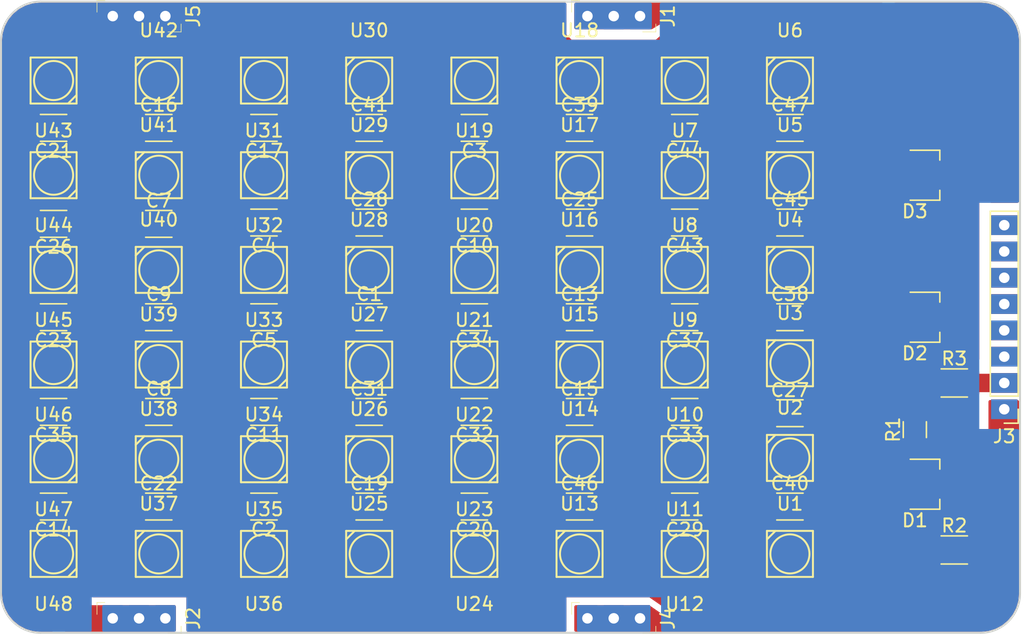
<source format=kicad_pcb>
(kicad_pcb (version 4) (host pcbnew 4.0.6)
  (layers (0 F.Cu signal) (31 B.Cu signal) (34 B.Paste user) (35 F.Paste user hide) (36 B.SilkS user) (37 F.SilkS user) (38 B.Mask user) (39 F.Mask user) (44 Edge.Cuts user))
  (net 0 "")
  (net 1 VCC)
  (net 2 GND)
  (net 3 "Net-(J3-Pad1)")
  (net 4 "Net-(J3-Pad2)")
  (net 5 "Net-(J3-Pad3)")
  (net 6 "Net-(J3-Pad4)")
  (net 7 "Net-(J3-Pad5)")
  (net 8 "Net-(J3-Pad6)")
  (net 9 "Net-(J3-Pad7)")
  (net 10 "Net-(J3-Pad8)")
  (net 11 "Net-(U1-Pad3)")
  (net 12 "Net-(U1-Pad1)")
  (net 13 "Net-(U2-Pad3)")
  (net 14 "Net-(U3-Pad3)")
  (net 15 "Net-(U4-Pad3)")
  (net 16 "Net-(U5-Pad3)")
  (net 17 "Net-(U6-Pad3)")
  (net 18 "Net-(U7-Pad3)")
  (net 19 "Net-(U8-Pad3)")
  (net 20 "Net-(U10-Pad1)")
  (net 21 "Net-(U10-Pad3)")
  (net 22 "Net-(U11-Pad3)")
  (net 23 "Net-(U12-Pad3)")
  (net 24 "Net-(U13-Pad3)")
  (net 25 "Net-(U14-Pad3)")
  (net 26 "Net-(U15-Pad3)")
  (net 27 "Net-(U16-Pad3)")
  (net 28 "Net-(U17-Pad3)")
  (net 29 "Net-(U18-Pad3)")
  (net 30 "Net-(U19-Pad3)")
  (net 31 "Net-(U20-Pad3)")
  (net 32 "Net-(U21-Pad3)")
  (net 33 "Net-(U22-Pad3)")
  (net 34 "Net-(U23-Pad3)")
  (net 35 "Net-(U24-Pad3)")
  (net 36 "Net-(U25-Pad3)")
  (net 37 "Net-(U26-Pad3)")
  (net 38 "Net-(U27-Pad3)")
  (net 39 "Net-(U28-Pad3)")
  (net 40 "Net-(U29-Pad3)")
  (net 41 "Net-(U30-Pad3)")
  (net 42 "Net-(U31-Pad3)")
  (net 43 "Net-(U32-Pad3)")
  (net 44 "Net-(U33-Pad3)")
  (net 45 "Net-(U34-Pad3)")
  (net 46 "Net-(U35-Pad3)")
  (net 47 "Net-(U36-Pad3)")
  (net 48 "Net-(U37-Pad3)")
  (net 49 "Net-(U38-Pad3)")
  (net 50 "Net-(U39-Pad3)")
  (net 51 "Net-(U40-Pad3)")
  (net 52 "Net-(U41-Pad3)")
  (net 53 "Net-(U42-Pad3)")
  (net 54 "Net-(U43-Pad3)")
  (net 55 "Net-(U44-Pad3)")
  (net 56 "Net-(U45-Pad3)")
  (net 57 "Net-(U46-Pad3)")
  (net 58 "Net-(U47-Pad3)")
  (net 59 OCA_1)
  (net 60 PWM_1)
  (net 61 "Net-(R1-Pad1)")
  (net 62 "Net-(R1-Pad2)")
  (module Capacitors_SMD:C_1206 (layer F.Cu) (at 92.5 67.3)
    (fp_text reference C1 (at 0 -1.75) (layer F.SilkS))
    (fp_text value 100nF)
    (pad 1 smd rect (at -1.5 0) (size 1 1.6) (layers F.Cu F.Paste F.Mask) (net 1 VCC))
    (pad 2 smd rect (at 1.5 0) (size 1 1.6) (layers F.Cu F.Paste F.Mask) (net 2 GND))
  )
  (module Capacitors_SMD:C_1206 (layer F.Cu) (at 84.5 81.7 180)
    (fp_text reference C2 (at 0 -1.75 180) (layer F.SilkS))
    (fp_text value 100nF)
    (pad 1 smd rect (at -1.5 0 180) (size 1 1.6) (layers F.Cu F.Paste F.Mask) (net 1 VCC))
    (pad 2 smd rect (at 1.5 0 180) (size 1 1.6) (layers F.Cu F.Paste F.Mask) (net 2 GND))
  )
  (module Capacitors_SMD:C_1206 (layer F.Cu) (at 100.5 52.9 180)
    (fp_text reference C3 (at 0 -1.75 180) (layer F.SilkS))
    (fp_text value 100nF)
    (pad 1 smd rect (at -1.5 0 180) (size 1 1.6) (layers F.Cu F.Paste F.Mask) (net 1 VCC))
    (pad 2 smd rect (at 1.5 0 180) (size 1 1.6) (layers F.Cu F.Paste F.Mask) (net 2 GND))
  )
  (module Capacitors_SMD:C_1206 (layer F.Cu) (at 84.5 60.1 180)
    (fp_text reference C4 (at 0 -1.75 180) (layer F.SilkS))
    (fp_text value 100nF)
    (pad 1 smd rect (at -1.5 0 180) (size 1 1.6) (layers F.Cu F.Paste F.Mask) (net 1 VCC))
    (pad 2 smd rect (at 1.5 0 180) (size 1 1.6) (layers F.Cu F.Paste F.Mask) (net 2 GND))
  )
  (module Capacitors_SMD:C_1206 (layer F.Cu) (at 84.5 67.3 180)
    (fp_text reference C5 (at 0 -1.75 180) (layer F.SilkS))
    (fp_text value 100nF)
    (pad 1 smd rect (at -1.5 0 180) (size 1 1.6) (layers F.Cu F.Paste F.Mask) (net 1 VCC))
    (pad 2 smd rect (at 1.5 0 180) (size 1 1.6) (layers F.Cu F.Paste F.Mask) (net 2 GND))
  )
  (module Capacitors_SMD:C_1206 (layer F.Cu) (at 76.5 60.2)
    (fp_text reference C7 (at 0 -1.75) (layer F.SilkS))
    (fp_text value 100nF)
    (pad 1 smd rect (at -1.5 0) (size 1 1.6) (layers F.Cu F.Paste F.Mask) (net 1 VCC))
    (pad 2 smd rect (at 1.5 0) (size 1 1.6) (layers F.Cu F.Paste F.Mask) (net 2 GND))
  )
  (module Capacitors_SMD:C_1206 (layer F.Cu) (at 76.5 74.5)
    (fp_text reference C8 (at 0 -1.75) (layer F.SilkS))
    (fp_text value 100nF)
    (pad 1 smd rect (at -1.5 0) (size 1 1.6) (layers F.Cu F.Paste F.Mask) (net 1 VCC))
    (pad 2 smd rect (at 1.5 0) (size 1 1.6) (layers F.Cu F.Paste F.Mask) (net 2 GND))
  )
  (module Capacitors_SMD:C_1206 (layer F.Cu) (at 76.5 67.3)
    (fp_text reference C9 (at 0 -1.75) (layer F.SilkS))
    (fp_text value 100nF)
    (pad 1 smd rect (at -1.5 0) (size 1 1.6) (layers F.Cu F.Paste F.Mask) (net 1 VCC))
    (pad 2 smd rect (at 1.5 0) (size 1 1.6) (layers F.Cu F.Paste F.Mask) (net 2 GND))
  )
  (module Capacitors_SMD:C_1206 (layer F.Cu) (at 100.5 60.1 180)
    (fp_text reference C10 (at 0 -1.75 180) (layer F.SilkS))
    (fp_text value 100nF)
    (pad 1 smd rect (at -1.5 0 180) (size 1 1.6) (layers F.Cu F.Paste F.Mask) (net 1 VCC))
    (pad 2 smd rect (at 1.5 0 180) (size 1 1.6) (layers F.Cu F.Paste F.Mask) (net 2 GND))
  )
  (module Capacitors_SMD:C_1206 (layer F.Cu) (at 84.5 74.5 180)
    (fp_text reference C11 (at 0 -1.75 180) (layer F.SilkS))
    (fp_text value 100nF)
    (pad 1 smd rect (at -1.5 0 180) (size 1 1.6) (layers F.Cu F.Paste F.Mask) (net 1 VCC))
    (pad 2 smd rect (at 1.5 0 180) (size 1 1.6) (layers F.Cu F.Paste F.Mask) (net 2 GND))
  )
  (module Capacitors_SMD:C_1206 (layer F.Cu) (at 108.5 67.3)
    (fp_text reference C13 (at 0 -1.75) (layer F.SilkS))
    (fp_text value 100nF)
    (pad 1 smd rect (at -1.5 0) (size 1 1.6) (layers F.Cu F.Paste F.Mask) (net 1 VCC))
    (pad 2 smd rect (at 1.5 0) (size 1 1.6) (layers F.Cu F.Paste F.Mask) (net 2 GND))
  )
  (module Capacitors_SMD:C_1206 (layer F.Cu) (at 68.5 81.7 180)
    (fp_text reference C14 (at 0 -1.75 180) (layer F.SilkS))
    (fp_text value 100nF)
    (pad 1 smd rect (at -1.5 0 180) (size 1 1.6) (layers F.Cu F.Paste F.Mask) (net 1 VCC))
    (pad 2 smd rect (at 1.5 0 180) (size 1 1.6) (layers F.Cu F.Paste F.Mask) (net 2 GND))
  )
  (module Capacitors_SMD:C_1206 (layer F.Cu) (at 108.5 74.5)
    (fp_text reference C15 (at 0 -1.75) (layer F.SilkS))
    (fp_text value 100nF)
    (pad 1 smd rect (at -1.5 0) (size 1 1.6) (layers F.Cu F.Paste F.Mask) (net 1 VCC))
    (pad 2 smd rect (at 1.5 0) (size 1 1.6) (layers F.Cu F.Paste F.Mask) (net 2 GND))
  )
  (module Capacitors_SMD:C_1206 (layer F.Cu) (at 76.5 52.9)
    (fp_text reference C16 (at 0 -1.75) (layer F.SilkS))
    (fp_text value 100nF)
    (pad 1 smd rect (at -1.5 0) (size 1 1.6) (layers F.Cu F.Paste F.Mask) (net 1 VCC))
    (pad 2 smd rect (at 1.5 0) (size 1 1.6) (layers F.Cu F.Paste F.Mask) (net 2 GND))
  )
  (module Capacitors_SMD:C_1206 (layer F.Cu) (at 84.5 52.9 180)
    (fp_text reference C17 (at 0 -1.75 180) (layer F.SilkS))
    (fp_text value 100nF)
    (pad 1 smd rect (at -1.5 0 180) (size 1 1.6) (layers F.Cu F.Paste F.Mask) (net 1 VCC))
    (pad 2 smd rect (at 1.5 0 180) (size 1 1.6) (layers F.Cu F.Paste F.Mask) (net 2 GND))
  )
  (module Capacitors_SMD:C_1206 (layer F.Cu) (at 92.5 81.7)
    (fp_text reference C19 (at 0 -1.75) (layer F.SilkS))
    (fp_text value 100nF)
    (pad 1 smd rect (at -1.5 0) (size 1 1.6) (layers F.Cu F.Paste F.Mask) (net 1 VCC))
    (pad 2 smd rect (at 1.5 0) (size 1 1.6) (layers F.Cu F.Paste F.Mask) (net 2 GND))
  )
  (module Capacitors_SMD:C_1206 (layer F.Cu) (at 100.5 81.7 180)
    (fp_text reference C20 (at 0 -1.75 180) (layer F.SilkS))
    (fp_text value 100nF)
    (pad 1 smd rect (at -1.5 0 180) (size 1 1.6) (layers F.Cu F.Paste F.Mask) (net 1 VCC))
    (pad 2 smd rect (at 1.5 0 180) (size 1 1.6) (layers F.Cu F.Paste F.Mask) (net 2 GND))
  )
  (module Capacitors_SMD:C_1206 (layer F.Cu) (at 68.5 52.9 180)
    (fp_text reference C21 (at 0 -1.75 180) (layer F.SilkS))
    (fp_text value 100nF)
    (pad 1 smd rect (at -1.5 0 180) (size 1 1.6) (layers F.Cu F.Paste F.Mask) (net 1 VCC))
    (pad 2 smd rect (at 1.5 0 180) (size 1 1.6) (layers F.Cu F.Paste F.Mask) (net 2 GND))
  )
  (module Capacitors_SMD:C_1206 (layer F.Cu) (at 76.5 81.7)
    (fp_text reference C22 (at 0 -1.75) (layer F.SilkS))
    (fp_text value 100nF)
    (pad 1 smd rect (at -1.5 0) (size 1 1.6) (layers F.Cu F.Paste F.Mask) (net 1 VCC))
    (pad 2 smd rect (at 1.5 0) (size 1 1.6) (layers F.Cu F.Paste F.Mask) (net 2 GND))
  )
  (module Capacitors_SMD:C_1206 (layer F.Cu) (at 68.5 67.3 180)
    (fp_text reference C23 (at 0 -1.75 180) (layer F.SilkS))
    (fp_text value 100nF)
    (pad 1 smd rect (at -1.5 0 180) (size 1 1.6) (layers F.Cu F.Paste F.Mask) (net 1 VCC))
    (pad 2 smd rect (at 1.5 0 180) (size 1 1.6) (layers F.Cu F.Paste F.Mask) (net 2 GND))
  )
  (module Capacitors_SMD:C_1206 (layer F.Cu) (at 108.5 60.1)
    (fp_text reference C25 (at 0 -1.75) (layer F.SilkS))
    (fp_text value 100nF)
    (pad 1 smd rect (at -1.5 0) (size 1 1.6) (layers F.Cu F.Paste F.Mask) (net 1 VCC))
    (pad 2 smd rect (at 1.5 0) (size 1 1.6) (layers F.Cu F.Paste F.Mask) (net 2 GND))
  )
  (module Capacitors_SMD:C_1206 (layer F.Cu) (at 68.5 60.2 180)
    (fp_text reference C26 (at 0 -1.75 180) (layer F.SilkS))
    (fp_text value 100nF)
    (pad 1 smd rect (at -1.5 0 180) (size 1 1.6) (layers F.Cu F.Paste F.Mask) (net 1 VCC))
    (pad 2 smd rect (at 1.5 0 180) (size 1 1.6) (layers F.Cu F.Paste F.Mask) (net 2 GND))
  )
  (module Capacitors_SMD:C_1206 (layer F.Cu) (at 124.5 74.6)
    (fp_text reference C27 (at 0 -1.75) (layer F.SilkS))
    (fp_text value 100nF)
    (pad 1 smd rect (at -1.5 0) (size 1 1.6) (layers F.Cu F.Paste F.Mask) (net 1 VCC))
    (pad 2 smd rect (at 1.5 0) (size 1 1.6) (layers F.Cu F.Paste F.Mask) (net 2 GND))
  )
  (module Capacitors_SMD:C_1206 (layer F.Cu) (at 92.5 60.1)
    (fp_text reference C28 (at 0 -1.75) (layer F.SilkS))
    (fp_text value 100nF)
    (pad 1 smd rect (at -1.5 0) (size 1 1.6) (layers F.Cu F.Paste F.Mask) (net 1 VCC))
    (pad 2 smd rect (at 1.5 0) (size 1 1.6) (layers F.Cu F.Paste F.Mask) (net 2 GND))
  )
  (module Capacitors_SMD:C_1206 (layer F.Cu) (at 116.5 81.7 180)
    (fp_text reference C29 (at 0 -1.75 180) (layer F.SilkS))
    (fp_text value 100nF)
    (pad 1 smd rect (at -1.5 0 180) (size 1 1.6) (layers F.Cu F.Paste F.Mask) (net 1 VCC))
    (pad 2 smd rect (at 1.5 0 180) (size 1 1.6) (layers F.Cu F.Paste F.Mask) (net 2 GND))
  )
  (module Capacitors_SMD:C_1206 (layer F.Cu) (at 92.5 74.5)
    (fp_text reference C31 (at 0 -1.75) (layer F.SilkS))
    (fp_text value 100nF)
    (pad 1 smd rect (at -1.5 0) (size 1 1.6) (layers F.Cu F.Paste F.Mask) (net 1 VCC))
    (pad 2 smd rect (at 1.5 0) (size 1 1.6) (layers F.Cu F.Paste F.Mask) (net 2 GND))
  )
  (module Capacitors_SMD:C_1206 (layer F.Cu) (at 100.5 74.5 180)
    (fp_text reference C32 (at 0 -1.75 180) (layer F.SilkS))
    (fp_text value 100nF)
    (pad 1 smd rect (at -1.5 0 180) (size 1 1.6) (layers F.Cu F.Paste F.Mask) (net 1 VCC))
    (pad 2 smd rect (at 1.5 0 180) (size 1 1.6) (layers F.Cu F.Paste F.Mask) (net 2 GND))
  )
  (module Capacitors_SMD:C_1206 (layer F.Cu) (at 116.5 74.5 180)
    (fp_text reference C33 (at 0 -1.75 180) (layer F.SilkS))
    (fp_text value 100nF)
    (pad 1 smd rect (at -1.5 0 180) (size 1 1.6) (layers F.Cu F.Paste F.Mask) (net 1 VCC))
    (pad 2 smd rect (at 1.5 0 180) (size 1 1.6) (layers F.Cu F.Paste F.Mask) (net 2 GND))
  )
  (module Capacitors_SMD:C_1206 (layer F.Cu) (at 100.5 67.3 180)
    (fp_text reference C34 (at 0 -1.75 180) (layer F.SilkS))
    (fp_text value 100nF)
    (pad 1 smd rect (at -1.5 0 180) (size 1 1.6) (layers F.Cu F.Paste F.Mask) (net 1 VCC))
    (pad 2 smd rect (at 1.5 0 180) (size 1 1.6) (layers F.Cu F.Paste F.Mask) (net 2 GND))
  )
  (module Capacitors_SMD:C_1206 (layer F.Cu) (at 68.5 74.5 180)
    (fp_text reference C35 (at 0 -1.75 180) (layer F.SilkS))
    (fp_text value 100nF)
    (pad 1 smd rect (at -1.5 0 180) (size 1 1.6) (layers F.Cu F.Paste F.Mask) (net 1 VCC))
    (pad 2 smd rect (at 1.5 0 180) (size 1 1.6) (layers F.Cu F.Paste F.Mask) (net 2 GND))
  )
  (module Capacitors_SMD:C_1206 (layer F.Cu) (at 116.5 67.3 180)
    (fp_text reference C37 (at 0 -1.75 180) (layer F.SilkS))
    (fp_text value 100nF)
    (pad 1 smd rect (at -1.5 0 180) (size 1 1.6) (layers F.Cu F.Paste F.Mask) (net 1 VCC))
    (pad 2 smd rect (at 1.5 0 180) (size 1 1.6) (layers F.Cu F.Paste F.Mask) (net 2 GND))
  )
  (module Capacitors_SMD:C_1206 (layer F.Cu) (at 124.5 67.3)
    (fp_text reference C38 (at 0 -1.75) (layer F.SilkS))
    (fp_text value 100nF)
    (pad 1 smd rect (at -1.5 0) (size 1 1.6) (layers F.Cu F.Paste F.Mask) (net 1 VCC))
    (pad 2 smd rect (at 1.5 0) (size 1 1.6) (layers F.Cu F.Paste F.Mask) (net 2 GND))
  )
  (module Capacitors_SMD:C_1206 (layer F.Cu) (at 108.5 52.9)
    (fp_text reference C39 (at 0 -1.75) (layer F.SilkS))
    (fp_text value 100nF)
    (pad 1 smd rect (at -1.5 0) (size 1 1.6) (layers F.Cu F.Paste F.Mask) (net 1 VCC))
    (pad 2 smd rect (at 1.5 0) (size 1 1.6) (layers F.Cu F.Paste F.Mask) (net 2 GND))
  )
  (module Capacitors_SMD:C_1206 (layer F.Cu) (at 124.5 81.7)
    (fp_text reference C40 (at 0 -1.75) (layer F.SilkS))
    (fp_text value 100nF)
    (pad 1 smd rect (at -1.5 0) (size 1 1.6) (layers F.Cu F.Paste F.Mask) (net 1 VCC))
    (pad 2 smd rect (at 1.5 0) (size 1 1.6) (layers F.Cu F.Paste F.Mask) (net 2 GND))
  )
  (module Capacitors_SMD:C_1206 (layer F.Cu) (at 92.5 52.9)
    (fp_text reference C41 (at 0 -1.75) (layer F.SilkS))
    (fp_text value 100nF)
    (pad 1 smd rect (at -1.5 0) (size 1 1.6) (layers F.Cu F.Paste F.Mask) (net 1 VCC))
    (pad 2 smd rect (at 1.5 0) (size 1 1.6) (layers F.Cu F.Paste F.Mask) (net 2 GND))
  )
  (module Capacitors_SMD:C_1206 (layer F.Cu) (at 116.5 60.1 180)
    (fp_text reference C43 (at 0 -1.75 180) (layer F.SilkS))
    (fp_text value 100nF)
    (pad 1 smd rect (at -1.5 0 180) (size 1 1.6) (layers F.Cu F.Paste F.Mask) (net 1 VCC))
    (pad 2 smd rect (at 1.5 0 180) (size 1 1.6) (layers F.Cu F.Paste F.Mask) (net 2 GND))
  )
  (module Capacitors_SMD:C_1206 (layer F.Cu) (at 116.5 52.9 180)
    (fp_text reference C44 (at 0 -1.75 180) (layer F.SilkS))
    (fp_text value 100nF)
    (pad 1 smd rect (at -1.5 0 180) (size 1 1.6) (layers F.Cu F.Paste F.Mask) (net 1 VCC))
    (pad 2 smd rect (at 1.5 0 180) (size 1 1.6) (layers F.Cu F.Paste F.Mask) (net 2 GND))
  )
  (module Capacitors_SMD:C_1206 (layer F.Cu) (at 124.5 60.1)
    (fp_text reference C45 (at 0 -1.75) (layer F.SilkS))
    (fp_text value 100nF)
    (pad 1 smd rect (at -1.5 0) (size 1 1.6) (layers F.Cu F.Paste F.Mask) (net 1 VCC))
    (pad 2 smd rect (at 1.5 0) (size 1 1.6) (layers F.Cu F.Paste F.Mask) (net 2 GND))
  )
  (module Capacitors_SMD:C_1206 (layer F.Cu) (at 108.5 81.7)
    (fp_text reference C46 (at 0 -1.75) (layer F.SilkS))
    (fp_text value 100nF)
    (pad 1 smd rect (at -1.5 0) (size 1 1.6) (layers F.Cu F.Paste F.Mask) (net 1 VCC))
    (pad 2 smd rect (at 1.5 0) (size 1 1.6) (layers F.Cu F.Paste F.Mask) (net 2 GND))
  )
  (module Capacitors_SMD:C_1206 (layer F.Cu) (at 124.5 52.9)
    (fp_text reference C47 (at 0 -1.75) (layer F.SilkS))
    (fp_text value 100nF)
    (pad 1 smd rect (at -1.5 0) (size 1 1.6) (layers F.Cu F.Paste F.Mask) (net 1 VCC))
    (pad 2 smd rect (at 1.5 0) (size 1 1.6) (layers F.Cu F.Paste F.Mask) (net 2 GND))
  )
  (module lt_foots:1x08_Pitch2.00mm_Bigpad (layer F.Cu) (at 140.8 74.3 180)
    (fp_text reference J3 (at 0 -2.06 180) (layer F.SilkS))
    (fp_text value CONN_01X08)
    (pad 1 thru_hole rect (at 0 0 180) (size 2 1.5) (drill 0.8) (layers *.Cu *.Mask) (net 3 "Net-(J3-Pad1)"))
    (pad 2 thru_hole rect (at 0 2 180) (size 2 1.5) (drill 0.8) (layers *.Cu *.Mask) (net 4 "Net-(J3-Pad2)"))
    (pad 3 thru_hole rect (at 0 4 180) (size 2 1.5) (drill 0.8) (layers *.Cu *.Mask) (net 5 "Net-(J3-Pad3)"))
    (pad 4 thru_hole rect (at 0 6 180) (size 2 1.5) (drill 0.8) (layers *.Cu *.Mask) (net 6 "Net-(J3-Pad4)"))
    (pad 5 thru_hole rect (at 0 8 180) (size 2 1.5) (drill 0.8) (layers *.Cu *.Mask) (net 7 "Net-(J3-Pad5)"))
    (pad 6 thru_hole rect (at 0 10 180) (size 2 1.5) (drill 0.8) (layers *.Cu *.Mask) (net 8 "Net-(J3-Pad6)"))
    (pad 7 thru_hole rect (at 0 12 180) (size 2 1.5) (drill 0.8) (layers *.Cu *.Mask) (net 9 "Net-(J3-Pad7)"))
    (pad 8 thru_hole rect (at 0 14 180) (size 2 1.5) (drill 0.8) (layers *.Cu *.Mask) (net 10 "Net-(J3-Pad8)"))
  )
  (module lt_foots:3pin_through_conn (layer F.Cu) (at 113.1 44.4 270)
    (fp_text reference J1 (at 0 -2.12 270) (layer F.SilkS))
    (fp_text value CONN_01X03)
    (pad 3 thru_hole rect (at 0 4 270) (size 2 1.5) (drill 0.8) (layers *.Cu *.Mask) (net 1 VCC))
    (pad 2 thru_hole rect (at 0 2 270) (size 2 1.5) (drill 0.8) (layers *.Cu *.Mask) (net 1 VCC))
    (pad 1 thru_hole rect (at 0 0 270) (size 2 1.5) (drill 0.8) (layers *.Cu *.Mask) (net 1 VCC))
  )
  (module lt_foots:3pin_through_conn (layer F.Cu) (at 77 90.2 270)
    (fp_text reference J2 (at 0 -2.12 270) (layer F.SilkS))
    (fp_text value CONN_01X03)
    (pad 3 thru_hole rect (at 0 4 270) (size 2 1.5) (drill 0.8) (layers *.Cu *.Mask) (net 59 OCA_1))
    (pad 2 thru_hole rect (at 0 2 270) (size 2 1.5) (drill 0.8) (layers *.Cu *.Mask) (net 59 OCA_1))
    (pad 1 thru_hole rect (at 0 0 270) (size 2 1.5) (drill 0.8) (layers *.Cu *.Mask) (net 59 OCA_1))
  )
  (module lt_foots:3pin_through_conn (layer F.Cu) (at 113.1 90.2 270)
    (fp_text reference J4 (at 0 -2.12 270) (layer F.SilkS))
    (fp_text value CONN_01X03)
    (pad 3 thru_hole rect (at 0 4 270) (size 2 1.5) (drill 0.8) (layers *.Cu *.Mask) (net 60 PWM_1))
    (pad 2 thru_hole rect (at 0 2 270) (size 2 1.5) (drill 0.8) (layers *.Cu *.Mask) (net 60 PWM_1))
    (pad 1 thru_hole rect (at 0 0 270) (size 2 1.5) (drill 0.8) (layers *.Cu *.Mask) (net 60 PWM_1))
  )
  (module lt_foots:3pin_through_conn (layer F.Cu) (at 77 44.4 270)
    (fp_text reference J5 (at 0 -2.12 270) (layer F.SilkS))
    (fp_text value CONN_01X03)
    (pad 3 thru_hole rect (at 0 4 270) (size 2 1.5) (drill 0.8) (layers *.Cu *.Mask) (net 2 GND))
    (pad 2 thru_hole rect (at 0 2 270) (size 2 1.5) (drill 0.8) (layers *.Cu *.Mask) (net 2 GND))
    (pad 1 thru_hole rect (at 0 0 270) (size 2 1.5) (drill 0.8) (layers *.Cu *.Mask) (net 2 GND))
  )
  (module Resistors_SMD:R_0805 (layer F.Cu) (at 134 75.85 90)
    (fp_text reference R1 (at 0 -1.65 90) (layer F.SilkS))
    (fp_text value 15KΩ_NTC)
    (pad 1 smd rect (at -0.95 0 90) (size 0.7 1.3) (layers F.Cu F.Paste F.Mask) (net 61 "Net-(R1-Pad1)"))
    (pad 2 smd rect (at 0.95 0 90) (size 0.7 1.3) (layers F.Cu F.Paste F.Mask) (net 62 "Net-(R1-Pad2)"))
  )
  (module Resistors_SMD:R_1206 (layer F.Cu) (at 137 85)
    (fp_text reference R2 (at 0 -1.85) (layer F.SilkS))
    (fp_text value 0Ω_Bridge)
    (pad 1 smd rect (at -1.45 0) (size 0.9 1.7) (layers F.Cu F.Paste F.Mask) (net 61 "Net-(R1-Pad1)"))
    (pad 2 smd rect (at 1.45 0) (size 0.9 1.7) (layers F.Cu F.Paste F.Mask) (net 3 "Net-(J3-Pad1)"))
  )
  (module Resistors_SMD:R_1206 (layer F.Cu) (at 137 72.3)
    (fp_text reference R3 (at 0 -1.85) (layer F.SilkS))
    (fp_text value 0Ω_Bridge)
    (pad 1 smd rect (at -1.45 0) (size 0.9 1.7) (layers F.Cu F.Paste F.Mask) (net 62 "Net-(R1-Pad2)"))
    (pad 2 smd rect (at 1.45 0) (size 0.9 1.7) (layers F.Cu F.Paste F.Mask) (net 4 "Net-(J3-Pad2)"))
  )
  (module lt_foots:LED_Cree-XP_x (layer F.Cu) (at 134 80 180)
    (fp_text reference D1 (at 0 -2.75 180) (layer F.SilkS))
    (fp_text value CREE_XP)
    (pad 2 smd rect (at 1.4 0 180) (size 0.5 3.3) (layers F.Cu F.Paste F.Mask) (net 1 VCC))
    (pad 1 smd rect (at -1.4 0 180) (size 0.5 3.3) (layers F.Cu F.Paste F.Mask) (net 60 PWM_1))
  )
  (module lt_foots:LED_Cree-XP_x (layer F.Cu) (at 134 67.3 180)
    (fp_text reference D2 (at 0 -2.75 180) (layer F.SilkS))
    (fp_text value CREE_XP)
    (pad 2 smd rect (at 1.4 0 180) (size 0.5 3.3) (layers F.Cu F.Paste F.Mask) (net 1 VCC))
    (pad 1 smd rect (at -1.4 0 180) (size 0.5 3.3) (layers F.Cu F.Paste F.Mask) (net 60 PWM_1))
  )
  (module lt_foots:LED_Cree-XP_x (layer F.Cu) (at 134 56.5 180)
    (fp_text reference D3 (at 0 -2.75 180) (layer F.SilkS))
    (fp_text value CREE_XP)
    (pad 2 smd rect (at 1.4 0 180) (size 0.5 3.3) (layers F.Cu F.Paste F.Mask) (net 1 VCC))
    (pad 1 smd rect (at -1.4 0 180) (size 0.5 3.3) (layers F.Cu F.Paste F.Mask) (net 60 PWM_1))
  )
  (module lt_foots:SK6812_MINI_right (layer F.Cu) (at 124.5 85.3 180)
    (fp_text reference U1 (at 0 3.81 180) (layer F.SilkS))
    (fp_text value RGB_ws2812_3535)
    (pad 4 smd rect (at 0.875 -0.875 180) (size 2 0.85) (layers F.Cu F.Paste F.Mask) (net 1 VCC))
    (pad 3 smd rect (at 1.275 0.875 180) (size 1.2 0.85) (layers F.Cu F.Paste F.Mask) (net 11 "Net-(U1-Pad3)"))
    (pad 2 smd rect (at -0.875 0.875 180) (size 2 0.85) (layers F.Cu F.Paste F.Mask) (net 2 GND))
    (pad 1 smd rect (at -1.275 -0.875 180) (size 1 0.85) (layers F.Cu F.Paste F.Mask) (net 12 "Net-(U1-Pad1)"))
    (pad 1 smd rect (at -1.175 -0.7 180) (size 0.8 1.2) (layers F.Cu F.Paste F.Mask) (net 12 "Net-(U1-Pad1)"))
    (pad 4 smd rect (at 0.675 -0.7 180) (size 1.6 1.2) (layers F.Cu F.Paste F.Mask) (net 1 VCC))
    (pad 3 smd rect (at 1.175 0.8 180) (size 1 1) (layers F.Cu F.Paste F.Mask) (net 11 "Net-(U1-Pad3)"))
    (pad 2 smd rect (at -0.275 0.8 180) (size 0.8 1) (layers F.Cu F.Paste F.Mask) (net 2 GND))
  )
  (module lt_foots:SK6812_MINI_right (layer F.Cu) (at 124.5 78 180)
    (fp_text reference U2 (at 0 3.81 180) (layer F.SilkS))
    (fp_text value RGB_ws2812_3535)
    (pad 4 smd rect (at 0.875 -0.875 180) (size 2 0.85) (layers F.Cu F.Paste F.Mask) (net 1 VCC))
    (pad 3 smd rect (at 1.275 0.875 180) (size 1.2 0.85) (layers F.Cu F.Paste F.Mask) (net 13 "Net-(U2-Pad3)"))
    (pad 2 smd rect (at -0.875 0.875 180) (size 2 0.85) (layers F.Cu F.Paste F.Mask) (net 2 GND))
    (pad 1 smd rect (at -1.275 -0.875 180) (size 1 0.85) (layers F.Cu F.Paste F.Mask) (net 11 "Net-(U1-Pad3)"))
    (pad 1 smd rect (at -1.175 -0.7 180) (size 0.8 1.2) (layers F.Cu F.Paste F.Mask) (net 11 "Net-(U1-Pad3)"))
    (pad 4 smd rect (at 0.675 -0.7 180) (size 1.6 1.2) (layers F.Cu F.Paste F.Mask) (net 1 VCC))
    (pad 3 smd rect (at 1.175 0.8 180) (size 1 1) (layers F.Cu F.Paste F.Mask) (net 13 "Net-(U2-Pad3)"))
    (pad 2 smd rect (at -0.275 0.8 180) (size 0.8 1) (layers F.Cu F.Paste F.Mask) (net 2 GND))
  )
  (module lt_foots:SK6812_MINI_right (layer F.Cu) (at 124.5 70.8 180)
    (fp_text reference U3 (at 0 3.81 180) (layer F.SilkS))
    (fp_text value RGB_ws2812_3535)
    (pad 4 smd rect (at 0.875 -0.875 180) (size 2 0.85) (layers F.Cu F.Paste F.Mask) (net 1 VCC))
    (pad 3 smd rect (at 1.275 0.875 180) (size 1.2 0.85) (layers F.Cu F.Paste F.Mask) (net 14 "Net-(U3-Pad3)"))
    (pad 2 smd rect (at -0.875 0.875 180) (size 2 0.85) (layers F.Cu F.Paste F.Mask) (net 2 GND))
    (pad 1 smd rect (at -1.275 -0.875 180) (size 1 0.85) (layers F.Cu F.Paste F.Mask) (net 13 "Net-(U2-Pad3)"))
    (pad 1 smd rect (at -1.175 -0.7 180) (size 0.8 1.2) (layers F.Cu F.Paste F.Mask) (net 13 "Net-(U2-Pad3)"))
    (pad 4 smd rect (at 0.675 -0.7 180) (size 1.6 1.2) (layers F.Cu F.Paste F.Mask) (net 1 VCC))
    (pad 3 smd rect (at 1.175 0.8 180) (size 1 1) (layers F.Cu F.Paste F.Mask) (net 14 "Net-(U3-Pad3)"))
    (pad 2 smd rect (at -0.275 0.8 180) (size 0.8 1) (layers F.Cu F.Paste F.Mask) (net 2 GND))
  )
  (module lt_foots:SK6812_MINI_right (layer F.Cu) (at 124.5 63.7 180)
    (fp_text reference U4 (at 0 3.81 180) (layer F.SilkS))
    (fp_text value RGB_ws2812_3535)
    (pad 4 smd rect (at 0.875 -0.875 180) (size 2 0.85) (layers F.Cu F.Paste F.Mask) (net 1 VCC))
    (pad 3 smd rect (at 1.275 0.875 180) (size 1.2 0.85) (layers F.Cu F.Paste F.Mask) (net 15 "Net-(U4-Pad3)"))
    (pad 2 smd rect (at -0.875 0.875 180) (size 2 0.85) (layers F.Cu F.Paste F.Mask) (net 2 GND))
    (pad 1 smd rect (at -1.275 -0.875 180) (size 1 0.85) (layers F.Cu F.Paste F.Mask) (net 14 "Net-(U3-Pad3)"))
    (pad 1 smd rect (at -1.175 -0.7 180) (size 0.8 1.2) (layers F.Cu F.Paste F.Mask) (net 14 "Net-(U3-Pad3)"))
    (pad 4 smd rect (at 0.675 -0.7 180) (size 1.6 1.2) (layers F.Cu F.Paste F.Mask) (net 1 VCC))
    (pad 3 smd rect (at 1.175 0.8 180) (size 1 1) (layers F.Cu F.Paste F.Mask) (net 15 "Net-(U4-Pad3)"))
    (pad 2 smd rect (at -0.275 0.8 180) (size 0.8 1) (layers F.Cu F.Paste F.Mask) (net 2 GND))
  )
  (module lt_foots:SK6812_MINI_right (layer F.Cu) (at 124.5 56.5 180)
    (fp_text reference U5 (at 0 3.81 180) (layer F.SilkS))
    (fp_text value RGB_ws2812_3535)
    (pad 4 smd rect (at 0.875 -0.875 180) (size 2 0.85) (layers F.Cu F.Paste F.Mask) (net 1 VCC))
    (pad 3 smd rect (at 1.275 0.875 180) (size 1.2 0.85) (layers F.Cu F.Paste F.Mask) (net 16 "Net-(U5-Pad3)"))
    (pad 2 smd rect (at -0.875 0.875 180) (size 2 0.85) (layers F.Cu F.Paste F.Mask) (net 2 GND))
    (pad 1 smd rect (at -1.275 -0.875 180) (size 1 0.85) (layers F.Cu F.Paste F.Mask) (net 15 "Net-(U4-Pad3)"))
    (pad 1 smd rect (at -1.175 -0.7 180) (size 0.8 1.2) (layers F.Cu F.Paste F.Mask) (net 15 "Net-(U4-Pad3)"))
    (pad 4 smd rect (at 0.675 -0.7 180) (size 1.6 1.2) (layers F.Cu F.Paste F.Mask) (net 1 VCC))
    (pad 3 smd rect (at 1.175 0.8 180) (size 1 1) (layers F.Cu F.Paste F.Mask) (net 16 "Net-(U5-Pad3)"))
    (pad 2 smd rect (at -0.275 0.8 180) (size 0.8 1) (layers F.Cu F.Paste F.Mask) (net 2 GND))
  )
  (module lt_foots:SK6812_MINI_right (layer F.Cu) (at 124.5 49.3 180)
    (fp_text reference U6 (at 0 3.81 180) (layer F.SilkS))
    (fp_text value RGB_ws2812_3535)
    (pad 4 smd rect (at 0.875 -0.875 180) (size 2 0.85) (layers F.Cu F.Paste F.Mask) (net 1 VCC))
    (pad 3 smd rect (at 1.275 0.875 180) (size 1.2 0.85) (layers F.Cu F.Paste F.Mask) (net 17 "Net-(U6-Pad3)"))
    (pad 2 smd rect (at -0.875 0.875 180) (size 2 0.85) (layers F.Cu F.Paste F.Mask) (net 2 GND))
    (pad 1 smd rect (at -1.275 -0.875 180) (size 1 0.85) (layers F.Cu F.Paste F.Mask) (net 16 "Net-(U5-Pad3)"))
    (pad 1 smd rect (at -1.175 -0.7 180) (size 0.8 1.2) (layers F.Cu F.Paste F.Mask) (net 16 "Net-(U5-Pad3)"))
    (pad 4 smd rect (at 0.675 -0.7 180) (size 1.6 1.2) (layers F.Cu F.Paste F.Mask) (net 1 VCC))
    (pad 3 smd rect (at 1.175 0.8 180) (size 1 1) (layers F.Cu F.Paste F.Mask) (net 17 "Net-(U6-Pad3)"))
    (pad 2 smd rect (at -0.275 0.8 180) (size 0.8 1) (layers F.Cu F.Paste F.Mask) (net 2 GND))
  )
  (module lt_foots:SK6812_MINI_right (layer F.Cu) (at 116.5 49.3)
    (fp_text reference U7 (at 0 3.81) (layer F.SilkS))
    (fp_text value RGB_ws2812_3535)
    (pad 4 smd rect (at 0.875 -0.875) (size 2 0.85) (layers F.Cu F.Paste F.Mask) (net 1 VCC))
    (pad 3 smd rect (at 1.275 0.875) (size 1.2 0.85) (layers F.Cu F.Paste F.Mask) (net 18 "Net-(U7-Pad3)"))
    (pad 2 smd rect (at -0.875 0.875) (size 2 0.85) (layers F.Cu F.Paste F.Mask) (net 2 GND))
    (pad 1 smd rect (at -1.275 -0.875) (size 1 0.85) (layers F.Cu F.Paste F.Mask) (net 17 "Net-(U6-Pad3)"))
    (pad 1 smd rect (at -1.175 -0.7) (size 0.8 1.2) (layers F.Cu F.Paste F.Mask) (net 17 "Net-(U6-Pad3)"))
    (pad 4 smd rect (at 0.675 -0.7) (size 1.6 1.2) (layers F.Cu F.Paste F.Mask) (net 1 VCC))
    (pad 3 smd rect (at 1.175 0.8) (size 1 1) (layers F.Cu F.Paste F.Mask) (net 18 "Net-(U7-Pad3)"))
    (pad 2 smd rect (at -0.275 0.8) (size 0.8 1) (layers F.Cu F.Paste F.Mask) (net 2 GND))
  )
  (module lt_foots:SK6812_MINI_right (layer F.Cu) (at 116.5 56.5)
    (fp_text reference U8 (at 0 3.81) (layer F.SilkS))
    (fp_text value RGB_ws2812_3535)
    (pad 4 smd rect (at 0.875 -0.875) (size 2 0.85) (layers F.Cu F.Paste F.Mask) (net 1 VCC))
    (pad 3 smd rect (at 1.275 0.875) (size 1.2 0.85) (layers F.Cu F.Paste F.Mask) (net 19 "Net-(U8-Pad3)"))
    (pad 2 smd rect (at -0.875 0.875) (size 2 0.85) (layers F.Cu F.Paste F.Mask) (net 2 GND))
    (pad 1 smd rect (at -1.275 -0.875) (size 1 0.85) (layers F.Cu F.Paste F.Mask) (net 18 "Net-(U7-Pad3)"))
    (pad 1 smd rect (at -1.175 -0.7) (size 0.8 1.2) (layers F.Cu F.Paste F.Mask) (net 18 "Net-(U7-Pad3)"))
    (pad 4 smd rect (at 0.675 -0.7) (size 1.6 1.2) (layers F.Cu F.Paste F.Mask) (net 1 VCC))
    (pad 3 smd rect (at 1.175 0.8) (size 1 1) (layers F.Cu F.Paste F.Mask) (net 19 "Net-(U8-Pad3)"))
    (pad 2 smd rect (at -0.275 0.8) (size 0.8 1) (layers F.Cu F.Paste F.Mask) (net 2 GND))
  )
  (module lt_foots:SK6812_MINI_right (layer F.Cu) (at 116.5 63.7)
    (fp_text reference U9 (at 0 3.81) (layer F.SilkS))
    (fp_text value RGB_ws2812_3535)
    (pad 4 smd rect (at 0.875 -0.875) (size 2 0.85) (layers F.Cu F.Paste F.Mask) (net 1 VCC))
    (pad 3 smd rect (at 1.275 0.875) (size 1.2 0.85) (layers F.Cu F.Paste F.Mask) (net 20 "Net-(U10-Pad1)"))
    (pad 2 smd rect (at -0.875 0.875) (size 2 0.85) (layers F.Cu F.Paste F.Mask) (net 2 GND))
    (pad 1 smd rect (at -1.275 -0.875) (size 1 0.85) (layers F.Cu F.Paste F.Mask) (net 19 "Net-(U8-Pad3)"))
    (pad 1 smd rect (at -1.175 -0.7) (size 0.8 1.2) (layers F.Cu F.Paste F.Mask) (net 19 "Net-(U8-Pad3)"))
    (pad 4 smd rect (at 0.675 -0.7) (size 1.6 1.2) (layers F.Cu F.Paste F.Mask) (net 1 VCC))
    (pad 3 smd rect (at 1.175 0.8) (size 1 1) (layers F.Cu F.Paste F.Mask) (net 20 "Net-(U10-Pad1)"))
    (pad 2 smd rect (at -0.275 0.8) (size 0.8 1) (layers F.Cu F.Paste F.Mask) (net 2 GND))
  )
  (module lt_foots:SK6812_MINI_right (layer F.Cu) (at 116.5 70.9)
    (fp_text reference U10 (at 0 3.81) (layer F.SilkS))
    (fp_text value RGB_ws2812_3535)
    (pad 4 smd rect (at 0.875 -0.875) (size 2 0.85) (layers F.Cu F.Paste F.Mask) (net 1 VCC))
    (pad 3 smd rect (at 1.275 0.875) (size 1.2 0.85) (layers F.Cu F.Paste F.Mask) (net 21 "Net-(U10-Pad3)"))
    (pad 2 smd rect (at -0.875 0.875) (size 2 0.85) (layers F.Cu F.Paste F.Mask) (net 2 GND))
    (pad 1 smd rect (at -1.275 -0.875) (size 1 0.85) (layers F.Cu F.Paste F.Mask) (net 20 "Net-(U10-Pad1)"))
    (pad 1 smd rect (at -1.175 -0.7) (size 0.8 1.2) (layers F.Cu F.Paste F.Mask) (net 20 "Net-(U10-Pad1)"))
    (pad 4 smd rect (at 0.675 -0.7) (size 1.6 1.2) (layers F.Cu F.Paste F.Mask) (net 1 VCC))
    (pad 3 smd rect (at 1.175 0.8) (size 1 1) (layers F.Cu F.Paste F.Mask) (net 21 "Net-(U10-Pad3)"))
    (pad 2 smd rect (at -0.275 0.8) (size 0.8 1) (layers F.Cu F.Paste F.Mask) (net 2 GND))
  )
  (module lt_foots:SK6812_MINI_right (layer F.Cu) (at 116.5 78.1)
    (fp_text reference U11 (at 0 3.81) (layer F.SilkS))
    (fp_text value RGB_ws2812_3535)
    (pad 4 smd rect (at 0.875 -0.875) (size 2 0.85) (layers F.Cu F.Paste F.Mask) (net 1 VCC))
    (pad 3 smd rect (at 1.275 0.875) (size 1.2 0.85) (layers F.Cu F.Paste F.Mask) (net 22 "Net-(U11-Pad3)"))
    (pad 2 smd rect (at -0.875 0.875) (size 2 0.85) (layers F.Cu F.Paste F.Mask) (net 2 GND))
    (pad 1 smd rect (at -1.275 -0.875) (size 1 0.85) (layers F.Cu F.Paste F.Mask) (net 21 "Net-(U10-Pad3)"))
    (pad 1 smd rect (at -1.175 -0.7) (size 0.8 1.2) (layers F.Cu F.Paste F.Mask) (net 21 "Net-(U10-Pad3)"))
    (pad 4 smd rect (at 0.675 -0.7) (size 1.6 1.2) (layers F.Cu F.Paste F.Mask) (net 1 VCC))
    (pad 3 smd rect (at 1.175 0.8) (size 1 1) (layers F.Cu F.Paste F.Mask) (net 22 "Net-(U11-Pad3)"))
    (pad 2 smd rect (at -0.275 0.8) (size 0.8 1) (layers F.Cu F.Paste F.Mask) (net 2 GND))
  )
  (module lt_foots:SK6812_MINI_right (layer F.Cu) (at 116.5 85.3)
    (fp_text reference U12 (at 0 3.81) (layer F.SilkS))
    (fp_text value RGB_ws2812_3535)
    (pad 4 smd rect (at 0.875 -0.875) (size 2 0.85) (layers F.Cu F.Paste F.Mask) (net 1 VCC))
    (pad 3 smd rect (at 1.275 0.875) (size 1.2 0.85) (layers F.Cu F.Paste F.Mask) (net 23 "Net-(U12-Pad3)"))
    (pad 2 smd rect (at -0.875 0.875) (size 2 0.85) (layers F.Cu F.Paste F.Mask) (net 2 GND))
    (pad 1 smd rect (at -1.275 -0.875) (size 1 0.85) (layers F.Cu F.Paste F.Mask) (net 22 "Net-(U11-Pad3)"))
    (pad 1 smd rect (at -1.175 -0.7) (size 0.8 1.2) (layers F.Cu F.Paste F.Mask) (net 22 "Net-(U11-Pad3)"))
    (pad 4 smd rect (at 0.675 -0.7) (size 1.6 1.2) (layers F.Cu F.Paste F.Mask) (net 1 VCC))
    (pad 3 smd rect (at 1.175 0.8) (size 1 1) (layers F.Cu F.Paste F.Mask) (net 23 "Net-(U12-Pad3)"))
    (pad 2 smd rect (at -0.275 0.8) (size 0.8 1) (layers F.Cu F.Paste F.Mask) (net 2 GND))
  )
  (module lt_foots:SK6812_MINI_right (layer F.Cu) (at 108.5 85.3 180)
    (fp_text reference U13 (at 0 3.81 180) (layer F.SilkS))
    (fp_text value RGB_ws2812_3535)
    (pad 4 smd rect (at 0.875 -0.875 180) (size 2 0.85) (layers F.Cu F.Paste F.Mask) (net 1 VCC))
    (pad 3 smd rect (at 1.275 0.875 180) (size 1.2 0.85) (layers F.Cu F.Paste F.Mask) (net 24 "Net-(U13-Pad3)"))
    (pad 2 smd rect (at -0.875 0.875 180) (size 2 0.85) (layers F.Cu F.Paste F.Mask) (net 2 GND))
    (pad 1 smd rect (at -1.275 -0.875 180) (size 1 0.85) (layers F.Cu F.Paste F.Mask) (net 23 "Net-(U12-Pad3)"))
    (pad 1 smd rect (at -1.175 -0.7 180) (size 0.8 1.2) (layers F.Cu F.Paste F.Mask) (net 23 "Net-(U12-Pad3)"))
    (pad 4 smd rect (at 0.675 -0.7 180) (size 1.6 1.2) (layers F.Cu F.Paste F.Mask) (net 1 VCC))
    (pad 3 smd rect (at 1.175 0.8 180) (size 1 1) (layers F.Cu F.Paste F.Mask) (net 24 "Net-(U13-Pad3)"))
    (pad 2 smd rect (at -0.275 0.8 180) (size 0.8 1) (layers F.Cu F.Paste F.Mask) (net 2 GND))
  )
  (module lt_foots:SK6812_MINI_right (layer F.Cu) (at 108.5 78.1 180)
    (fp_text reference U14 (at 0 3.81 180) (layer F.SilkS))
    (fp_text value RGB_ws2812_3535)
    (pad 4 smd rect (at 0.875 -0.875 180) (size 2 0.85) (layers F.Cu F.Paste F.Mask) (net 1 VCC))
    (pad 3 smd rect (at 1.275 0.875 180) (size 1.2 0.85) (layers F.Cu F.Paste F.Mask) (net 25 "Net-(U14-Pad3)"))
    (pad 2 smd rect (at -0.875 0.875 180) (size 2 0.85) (layers F.Cu F.Paste F.Mask) (net 2 GND))
    (pad 1 smd rect (at -1.275 -0.875 180) (size 1 0.85) (layers F.Cu F.Paste F.Mask) (net 24 "Net-(U13-Pad3)"))
    (pad 1 smd rect (at -1.175 -0.7 180) (size 0.8 1.2) (layers F.Cu F.Paste F.Mask) (net 24 "Net-(U13-Pad3)"))
    (pad 4 smd rect (at 0.675 -0.7 180) (size 1.6 1.2) (layers F.Cu F.Paste F.Mask) (net 1 VCC))
    (pad 3 smd rect (at 1.175 0.8 180) (size 1 1) (layers F.Cu F.Paste F.Mask) (net 25 "Net-(U14-Pad3)"))
    (pad 2 smd rect (at -0.275 0.8 180) (size 0.8 1) (layers F.Cu F.Paste F.Mask) (net 2 GND))
  )
  (module lt_foots:SK6812_MINI_right (layer F.Cu) (at 108.5 70.9 180)
    (fp_text reference U15 (at 0 3.81 180) (layer F.SilkS))
    (fp_text value RGB_ws2812_3535)
    (pad 4 smd rect (at 0.875 -0.875 180) (size 2 0.85) (layers F.Cu F.Paste F.Mask) (net 1 VCC))
    (pad 3 smd rect (at 1.275 0.875 180) (size 1.2 0.85) (layers F.Cu F.Paste F.Mask) (net 26 "Net-(U15-Pad3)"))
    (pad 2 smd rect (at -0.875 0.875 180) (size 2 0.85) (layers F.Cu F.Paste F.Mask) (net 2 GND))
    (pad 1 smd rect (at -1.275 -0.875 180) (size 1 0.85) (layers F.Cu F.Paste F.Mask) (net 25 "Net-(U14-Pad3)"))
    (pad 1 smd rect (at -1.175 -0.7 180) (size 0.8 1.2) (layers F.Cu F.Paste F.Mask) (net 25 "Net-(U14-Pad3)"))
    (pad 4 smd rect (at 0.675 -0.7 180) (size 1.6 1.2) (layers F.Cu F.Paste F.Mask) (net 1 VCC))
    (pad 3 smd rect (at 1.175 0.8 180) (size 1 1) (layers F.Cu F.Paste F.Mask) (net 26 "Net-(U15-Pad3)"))
    (pad 2 smd rect (at -0.275 0.8 180) (size 0.8 1) (layers F.Cu F.Paste F.Mask) (net 2 GND))
  )
  (module lt_foots:SK6812_MINI_right (layer F.Cu) (at 108.5 63.7 180)
    (fp_text reference U16 (at 0 3.81 180) (layer F.SilkS))
    (fp_text value RGB_ws2812_3535)
    (pad 4 smd rect (at 0.875 -0.875 180) (size 2 0.85) (layers F.Cu F.Paste F.Mask) (net 1 VCC))
    (pad 3 smd rect (at 1.275 0.875 180) (size 1.2 0.85) (layers F.Cu F.Paste F.Mask) (net 27 "Net-(U16-Pad3)"))
    (pad 2 smd rect (at -0.875 0.875 180) (size 2 0.85) (layers F.Cu F.Paste F.Mask) (net 2 GND))
    (pad 1 smd rect (at -1.275 -0.875 180) (size 1 0.85) (layers F.Cu F.Paste F.Mask) (net 26 "Net-(U15-Pad3)"))
    (pad 1 smd rect (at -1.175 -0.7 180) (size 0.8 1.2) (layers F.Cu F.Paste F.Mask) (net 26 "Net-(U15-Pad3)"))
    (pad 4 smd rect (at 0.675 -0.7 180) (size 1.6 1.2) (layers F.Cu F.Paste F.Mask) (net 1 VCC))
    (pad 3 smd rect (at 1.175 0.8 180) (size 1 1) (layers F.Cu F.Paste F.Mask) (net 27 "Net-(U16-Pad3)"))
    (pad 2 smd rect (at -0.275 0.8 180) (size 0.8 1) (layers F.Cu F.Paste F.Mask) (net 2 GND))
  )
  (module lt_foots:SK6812_MINI_right (layer F.Cu) (at 108.5 56.5 180)
    (fp_text reference U17 (at 0 3.81 180) (layer F.SilkS))
    (fp_text value RGB_ws2812_3535)
    (pad 4 smd rect (at 0.875 -0.875 180) (size 2 0.85) (layers F.Cu F.Paste F.Mask) (net 1 VCC))
    (pad 3 smd rect (at 1.275 0.875 180) (size 1.2 0.85) (layers F.Cu F.Paste F.Mask) (net 28 "Net-(U17-Pad3)"))
    (pad 2 smd rect (at -0.875 0.875 180) (size 2 0.85) (layers F.Cu F.Paste F.Mask) (net 2 GND))
    (pad 1 smd rect (at -1.275 -0.875 180) (size 1 0.85) (layers F.Cu F.Paste F.Mask) (net 27 "Net-(U16-Pad3)"))
    (pad 1 smd rect (at -1.175 -0.7 180) (size 0.8 1.2) (layers F.Cu F.Paste F.Mask) (net 27 "Net-(U16-Pad3)"))
    (pad 4 smd rect (at 0.675 -0.7 180) (size 1.6 1.2) (layers F.Cu F.Paste F.Mask) (net 1 VCC))
    (pad 3 smd rect (at 1.175 0.8 180) (size 1 1) (layers F.Cu F.Paste F.Mask) (net 28 "Net-(U17-Pad3)"))
    (pad 2 smd rect (at -0.275 0.8 180) (size 0.8 1) (layers F.Cu F.Paste F.Mask) (net 2 GND))
  )
  (module lt_foots:SK6812_MINI_right (layer F.Cu) (at 108.5 49.3 180)
    (fp_text reference U18 (at 0 3.81 180) (layer F.SilkS))
    (fp_text value RGB_ws2812_3535)
    (pad 4 smd rect (at 0.875 -0.875 180) (size 2 0.85) (layers F.Cu F.Paste F.Mask) (net 1 VCC))
    (pad 3 smd rect (at 1.275 0.875 180) (size 1.2 0.85) (layers F.Cu F.Paste F.Mask) (net 29 "Net-(U18-Pad3)"))
    (pad 2 smd rect (at -0.875 0.875 180) (size 2 0.85) (layers F.Cu F.Paste F.Mask) (net 2 GND))
    (pad 1 smd rect (at -1.275 -0.875 180) (size 1 0.85) (layers F.Cu F.Paste F.Mask) (net 28 "Net-(U17-Pad3)"))
    (pad 1 smd rect (at -1.175 -0.7 180) (size 0.8 1.2) (layers F.Cu F.Paste F.Mask) (net 28 "Net-(U17-Pad3)"))
    (pad 4 smd rect (at 0.675 -0.7 180) (size 1.6 1.2) (layers F.Cu F.Paste F.Mask) (net 1 VCC))
    (pad 3 smd rect (at 1.175 0.8 180) (size 1 1) (layers F.Cu F.Paste F.Mask) (net 29 "Net-(U18-Pad3)"))
    (pad 2 smd rect (at -0.275 0.8 180) (size 0.8 1) (layers F.Cu F.Paste F.Mask) (net 2 GND))
  )
  (module lt_foots:SK6812_MINI_right (layer F.Cu) (at 100.5 49.3)
    (fp_text reference U19 (at 0 3.81) (layer F.SilkS))
    (fp_text value RGB_ws2812_3535)
    (pad 4 smd rect (at 0.875 -0.875) (size 2 0.85) (layers F.Cu F.Paste F.Mask) (net 1 VCC))
    (pad 3 smd rect (at 1.275 0.875) (size 1.2 0.85) (layers F.Cu F.Paste F.Mask) (net 30 "Net-(U19-Pad3)"))
    (pad 2 smd rect (at -0.875 0.875) (size 2 0.85) (layers F.Cu F.Paste F.Mask) (net 2 GND))
    (pad 1 smd rect (at -1.275 -0.875) (size 1 0.85) (layers F.Cu F.Paste F.Mask) (net 29 "Net-(U18-Pad3)"))
    (pad 1 smd rect (at -1.175 -0.7) (size 0.8 1.2) (layers F.Cu F.Paste F.Mask) (net 29 "Net-(U18-Pad3)"))
    (pad 4 smd rect (at 0.675 -0.7) (size 1.6 1.2) (layers F.Cu F.Paste F.Mask) (net 1 VCC))
    (pad 3 smd rect (at 1.175 0.8) (size 1 1) (layers F.Cu F.Paste F.Mask) (net 30 "Net-(U19-Pad3)"))
    (pad 2 smd rect (at -0.275 0.8) (size 0.8 1) (layers F.Cu F.Paste F.Mask) (net 2 GND))
  )
  (module lt_foots:SK6812_MINI_right (layer F.Cu) (at 100.5 56.5)
    (fp_text reference U20 (at 0 3.81) (layer F.SilkS))
    (fp_text value RGB_ws2812_3535)
    (pad 4 smd rect (at 0.875 -0.875) (size 2 0.85) (layers F.Cu F.Paste F.Mask) (net 1 VCC))
    (pad 3 smd rect (at 1.275 0.875) (size 1.2 0.85) (layers F.Cu F.Paste F.Mask) (net 31 "Net-(U20-Pad3)"))
    (pad 2 smd rect (at -0.875 0.875) (size 2 0.85) (layers F.Cu F.Paste F.Mask) (net 2 GND))
    (pad 1 smd rect (at -1.275 -0.875) (size 1 0.85) (layers F.Cu F.Paste F.Mask) (net 30 "Net-(U19-Pad3)"))
    (pad 1 smd rect (at -1.175 -0.7) (size 0.8 1.2) (layers F.Cu F.Paste F.Mask) (net 30 "Net-(U19-Pad3)"))
    (pad 4 smd rect (at 0.675 -0.7) (size 1.6 1.2) (layers F.Cu F.Paste F.Mask) (net 1 VCC))
    (pad 3 smd rect (at 1.175 0.8) (size 1 1) (layers F.Cu F.Paste F.Mask) (net 31 "Net-(U20-Pad3)"))
    (pad 2 smd rect (at -0.275 0.8) (size 0.8 1) (layers F.Cu F.Paste F.Mask) (net 2 GND))
  )
  (module lt_foots:SK6812_MINI_right (layer F.Cu) (at 100.5 63.7)
    (fp_text reference U21 (at 0 3.81) (layer F.SilkS))
    (fp_text value RGB_ws2812_3535)
    (pad 4 smd rect (at 0.875 -0.875) (size 2 0.85) (layers F.Cu F.Paste F.Mask) (net 1 VCC))
    (pad 3 smd rect (at 1.275 0.875) (size 1.2 0.85) (layers F.Cu F.Paste F.Mask) (net 32 "Net-(U21-Pad3)"))
    (pad 2 smd rect (at -0.875 0.875) (size 2 0.85) (layers F.Cu F.Paste F.Mask) (net 2 GND))
    (pad 1 smd rect (at -1.275 -0.875) (size 1 0.85) (layers F.Cu F.Paste F.Mask) (net 31 "Net-(U20-Pad3)"))
    (pad 1 smd rect (at -1.175 -0.7) (size 0.8 1.2) (layers F.Cu F.Paste F.Mask) (net 31 "Net-(U20-Pad3)"))
    (pad 4 smd rect (at 0.675 -0.7) (size 1.6 1.2) (layers F.Cu F.Paste F.Mask) (net 1 VCC))
    (pad 3 smd rect (at 1.175 0.8) (size 1 1) (layers F.Cu F.Paste F.Mask) (net 32 "Net-(U21-Pad3)"))
    (pad 2 smd rect (at -0.275 0.8) (size 0.8 1) (layers F.Cu F.Paste F.Mask) (net 2 GND))
  )
  (module lt_foots:SK6812_MINI_right (layer F.Cu) (at 100.5 70.9)
    (fp_text reference U22 (at 0 3.81) (layer F.SilkS))
    (fp_text value RGB_ws2812_3535)
    (pad 4 smd rect (at 0.875 -0.875) (size 2 0.85) (layers F.Cu F.Paste F.Mask) (net 1 VCC))
    (pad 3 smd rect (at 1.275 0.875) (size 1.2 0.85) (layers F.Cu F.Paste F.Mask) (net 33 "Net-(U22-Pad3)"))
    (pad 2 smd rect (at -0.875 0.875) (size 2 0.85) (layers F.Cu F.Paste F.Mask) (net 2 GND))
    (pad 1 smd rect (at -1.275 -0.875) (size 1 0.85) (layers F.Cu F.Paste F.Mask) (net 32 "Net-(U21-Pad3)"))
    (pad 1 smd rect (at -1.175 -0.7) (size 0.8 1.2) (layers F.Cu F.Paste F.Mask) (net 32 "Net-(U21-Pad3)"))
    (pad 4 smd rect (at 0.675 -0.7) (size 1.6 1.2) (layers F.Cu F.Paste F.Mask) (net 1 VCC))
    (pad 3 smd rect (at 1.175 0.8) (size 1 1) (layers F.Cu F.Paste F.Mask) (net 33 "Net-(U22-Pad3)"))
    (pad 2 smd rect (at -0.275 0.8) (size 0.8 1) (layers F.Cu F.Paste F.Mask) (net 2 GND))
  )
  (module lt_foots:SK6812_MINI_right (layer F.Cu) (at 100.5 78.1)
    (fp_text reference U23 (at 0 3.81) (layer F.SilkS))
    (fp_text value RGB_ws2812_3535)
    (pad 4 smd rect (at 0.875 -0.875) (size 2 0.85) (layers F.Cu F.Paste F.Mask) (net 1 VCC))
    (pad 3 smd rect (at 1.275 0.875) (size 1.2 0.85) (layers F.Cu F.Paste F.Mask) (net 34 "Net-(U23-Pad3)"))
    (pad 2 smd rect (at -0.875 0.875) (size 2 0.85) (layers F.Cu F.Paste F.Mask) (net 2 GND))
    (pad 1 smd rect (at -1.275 -0.875) (size 1 0.85) (layers F.Cu F.Paste F.Mask) (net 33 "Net-(U22-Pad3)"))
    (pad 1 smd rect (at -1.175 -0.7) (size 0.8 1.2) (layers F.Cu F.Paste F.Mask) (net 33 "Net-(U22-Pad3)"))
    (pad 4 smd rect (at 0.675 -0.7) (size 1.6 1.2) (layers F.Cu F.Paste F.Mask) (net 1 VCC))
    (pad 3 smd rect (at 1.175 0.8) (size 1 1) (layers F.Cu F.Paste F.Mask) (net 34 "Net-(U23-Pad3)"))
    (pad 2 smd rect (at -0.275 0.8) (size 0.8 1) (layers F.Cu F.Paste F.Mask) (net 2 GND))
  )
  (module lt_foots:SK6812_MINI_right (layer F.Cu) (at 100.5 85.3)
    (fp_text reference U24 (at 0 3.81) (layer F.SilkS))
    (fp_text value RGB_ws2812_3535)
    (pad 4 smd rect (at 0.875 -0.875) (size 2 0.85) (layers F.Cu F.Paste F.Mask) (net 1 VCC))
    (pad 3 smd rect (at 1.275 0.875) (size 1.2 0.85) (layers F.Cu F.Paste F.Mask) (net 35 "Net-(U24-Pad3)"))
    (pad 2 smd rect (at -0.875 0.875) (size 2 0.85) (layers F.Cu F.Paste F.Mask) (net 2 GND))
    (pad 1 smd rect (at -1.275 -0.875) (size 1 0.85) (layers F.Cu F.Paste F.Mask) (net 34 "Net-(U23-Pad3)"))
    (pad 1 smd rect (at -1.175 -0.7) (size 0.8 1.2) (layers F.Cu F.Paste F.Mask) (net 34 "Net-(U23-Pad3)"))
    (pad 4 smd rect (at 0.675 -0.7) (size 1.6 1.2) (layers F.Cu F.Paste F.Mask) (net 1 VCC))
    (pad 3 smd rect (at 1.175 0.8) (size 1 1) (layers F.Cu F.Paste F.Mask) (net 35 "Net-(U24-Pad3)"))
    (pad 2 smd rect (at -0.275 0.8) (size 0.8 1) (layers F.Cu F.Paste F.Mask) (net 2 GND))
  )
  (module lt_foots:SK6812_MINI_right (layer F.Cu) (at 92.5 85.3 180)
    (fp_text reference U25 (at 0 3.81 180) (layer F.SilkS))
    (fp_text value RGB_ws2812_3535)
    (pad 4 smd rect (at 0.875 -0.875 180) (size 2 0.85) (layers F.Cu F.Paste F.Mask) (net 1 VCC))
    (pad 3 smd rect (at 1.275 0.875 180) (size 1.2 0.85) (layers F.Cu F.Paste F.Mask) (net 36 "Net-(U25-Pad3)"))
    (pad 2 smd rect (at -0.875 0.875 180) (size 2 0.85) (layers F.Cu F.Paste F.Mask) (net 2 GND))
    (pad 1 smd rect (at -1.275 -0.875 180) (size 1 0.85) (layers F.Cu F.Paste F.Mask) (net 35 "Net-(U24-Pad3)"))
    (pad 1 smd rect (at -1.175 -0.7 180) (size 0.8 1.2) (layers F.Cu F.Paste F.Mask) (net 35 "Net-(U24-Pad3)"))
    (pad 4 smd rect (at 0.675 -0.7 180) (size 1.6 1.2) (layers F.Cu F.Paste F.Mask) (net 1 VCC))
    (pad 3 smd rect (at 1.175 0.8 180) (size 1 1) (layers F.Cu F.Paste F.Mask) (net 36 "Net-(U25-Pad3)"))
    (pad 2 smd rect (at -0.275 0.8 180) (size 0.8 1) (layers F.Cu F.Paste F.Mask) (net 2 GND))
  )
  (module lt_foots:SK6812_MINI_right (layer F.Cu) (at 92.5 78.1 180)
    (fp_text reference U26 (at 0 3.81 180) (layer F.SilkS))
    (fp_text value RGB_ws2812_3535)
    (pad 4 smd rect (at 0.875 -0.875 180) (size 2 0.85) (layers F.Cu F.Paste F.Mask) (net 1 VCC))
    (pad 3 smd rect (at 1.275 0.875 180) (size 1.2 0.85) (layers F.Cu F.Paste F.Mask) (net 37 "Net-(U26-Pad3)"))
    (pad 2 smd rect (at -0.875 0.875 180) (size 2 0.85) (layers F.Cu F.Paste F.Mask) (net 2 GND))
    (pad 1 smd rect (at -1.275 -0.875 180) (size 1 0.85) (layers F.Cu F.Paste F.Mask) (net 36 "Net-(U25-Pad3)"))
    (pad 1 smd rect (at -1.175 -0.7 180) (size 0.8 1.2) (layers F.Cu F.Paste F.Mask) (net 36 "Net-(U25-Pad3)"))
    (pad 4 smd rect (at 0.675 -0.7 180) (size 1.6 1.2) (layers F.Cu F.Paste F.Mask) (net 1 VCC))
    (pad 3 smd rect (at 1.175 0.8 180) (size 1 1) (layers F.Cu F.Paste F.Mask) (net 37 "Net-(U26-Pad3)"))
    (pad 2 smd rect (at -0.275 0.8 180) (size 0.8 1) (layers F.Cu F.Paste F.Mask) (net 2 GND))
  )
  (module lt_foots:SK6812_MINI_right (layer F.Cu) (at 92.5 70.9 180)
    (fp_text reference U27 (at 0 3.81 180) (layer F.SilkS))
    (fp_text value RGB_ws2812_3535)
    (pad 4 smd rect (at 0.875 -0.875 180) (size 2 0.85) (layers F.Cu F.Paste F.Mask) (net 1 VCC))
    (pad 3 smd rect (at 1.275 0.875 180) (size 1.2 0.85) (layers F.Cu F.Paste F.Mask) (net 38 "Net-(U27-Pad3)"))
    (pad 2 smd rect (at -0.875 0.875 180) (size 2 0.85) (layers F.Cu F.Paste F.Mask) (net 2 GND))
    (pad 1 smd rect (at -1.275 -0.875 180) (size 1 0.85) (layers F.Cu F.Paste F.Mask) (net 37 "Net-(U26-Pad3)"))
    (pad 1 smd rect (at -1.175 -0.7 180) (size 0.8 1.2) (layers F.Cu F.Paste F.Mask) (net 37 "Net-(U26-Pad3)"))
    (pad 4 smd rect (at 0.675 -0.7 180) (size 1.6 1.2) (layers F.Cu F.Paste F.Mask) (net 1 VCC))
    (pad 3 smd rect (at 1.175 0.8 180) (size 1 1) (layers F.Cu F.Paste F.Mask) (net 38 "Net-(U27-Pad3)"))
    (pad 2 smd rect (at -0.275 0.8 180) (size 0.8 1) (layers F.Cu F.Paste F.Mask) (net 2 GND))
  )
  (module lt_foots:SK6812_MINI_right (layer F.Cu) (at 92.5 63.7 180)
    (fp_text reference U28 (at 0 3.81 180) (layer F.SilkS))
    (fp_text value RGB_ws2812_3535)
    (pad 4 smd rect (at 0.875 -0.875 180) (size 2 0.85) (layers F.Cu F.Paste F.Mask) (net 1 VCC))
    (pad 3 smd rect (at 1.275 0.875 180) (size 1.2 0.85) (layers F.Cu F.Paste F.Mask) (net 39 "Net-(U28-Pad3)"))
    (pad 2 smd rect (at -0.875 0.875 180) (size 2 0.85) (layers F.Cu F.Paste F.Mask) (net 2 GND))
    (pad 1 smd rect (at -1.275 -0.875 180) (size 1 0.85) (layers F.Cu F.Paste F.Mask) (net 38 "Net-(U27-Pad3)"))
    (pad 1 smd rect (at -1.175 -0.7 180) (size 0.8 1.2) (layers F.Cu F.Paste F.Mask) (net 38 "Net-(U27-Pad3)"))
    (pad 4 smd rect (at 0.675 -0.7 180) (size 1.6 1.2) (layers F.Cu F.Paste F.Mask) (net 1 VCC))
    (pad 3 smd rect (at 1.175 0.8 180) (size 1 1) (layers F.Cu F.Paste F.Mask) (net 39 "Net-(U28-Pad3)"))
    (pad 2 smd rect (at -0.275 0.8 180) (size 0.8 1) (layers F.Cu F.Paste F.Mask) (net 2 GND))
  )
  (module lt_foots:SK6812_MINI_right (layer F.Cu) (at 92.5 56.5 180)
    (fp_text reference U29 (at 0 3.81 180) (layer F.SilkS))
    (fp_text value RGB_ws2812_3535)
    (pad 4 smd rect (at 0.875 -0.875 180) (size 2 0.85) (layers F.Cu F.Paste F.Mask) (net 1 VCC))
    (pad 3 smd rect (at 1.275 0.875 180) (size 1.2 0.85) (layers F.Cu F.Paste F.Mask) (net 40 "Net-(U29-Pad3)"))
    (pad 2 smd rect (at -0.875 0.875 180) (size 2 0.85) (layers F.Cu F.Paste F.Mask) (net 2 GND))
    (pad 1 smd rect (at -1.275 -0.875 180) (size 1 0.85) (layers F.Cu F.Paste F.Mask) (net 39 "Net-(U28-Pad3)"))
    (pad 1 smd rect (at -1.175 -0.7 180) (size 0.8 1.2) (layers F.Cu F.Paste F.Mask) (net 39 "Net-(U28-Pad3)"))
    (pad 4 smd rect (at 0.675 -0.7 180) (size 1.6 1.2) (layers F.Cu F.Paste F.Mask) (net 1 VCC))
    (pad 3 smd rect (at 1.175 0.8 180) (size 1 1) (layers F.Cu F.Paste F.Mask) (net 40 "Net-(U29-Pad3)"))
    (pad 2 smd rect (at -0.275 0.8 180) (size 0.8 1) (layers F.Cu F.Paste F.Mask) (net 2 GND))
  )
  (module lt_foots:SK6812_MINI_right (layer F.Cu) (at 92.5 49.3 180)
    (fp_text reference U30 (at 0 3.81 180) (layer F.SilkS))
    (fp_text value RGB_ws2812_3535)
    (pad 4 smd rect (at 0.875 -0.875 180) (size 2 0.85) (layers F.Cu F.Paste F.Mask) (net 1 VCC))
    (pad 3 smd rect (at 1.275 0.875 180) (size 1.2 0.85) (layers F.Cu F.Paste F.Mask) (net 41 "Net-(U30-Pad3)"))
    (pad 2 smd rect (at -0.875 0.875 180) (size 2 0.85) (layers F.Cu F.Paste F.Mask) (net 2 GND))
    (pad 1 smd rect (at -1.275 -0.875 180) (size 1 0.85) (layers F.Cu F.Paste F.Mask) (net 40 "Net-(U29-Pad3)"))
    (pad 1 smd rect (at -1.175 -0.7 180) (size 0.8 1.2) (layers F.Cu F.Paste F.Mask) (net 40 "Net-(U29-Pad3)"))
    (pad 4 smd rect (at 0.675 -0.7 180) (size 1.6 1.2) (layers F.Cu F.Paste F.Mask) (net 1 VCC))
    (pad 3 smd rect (at 1.175 0.8 180) (size 1 1) (layers F.Cu F.Paste F.Mask) (net 41 "Net-(U30-Pad3)"))
    (pad 2 smd rect (at -0.275 0.8 180) (size 0.8 1) (layers F.Cu F.Paste F.Mask) (net 2 GND))
  )
  (module lt_foots:SK6812_MINI_right (layer F.Cu) (at 84.5 49.3)
    (fp_text reference U31 (at 0 3.81) (layer F.SilkS))
    (fp_text value RGB_ws2812_3535)
    (pad 4 smd rect (at 0.875 -0.875) (size 2 0.85) (layers F.Cu F.Paste F.Mask) (net 1 VCC))
    (pad 3 smd rect (at 1.275 0.875) (size 1.2 0.85) (layers F.Cu F.Paste F.Mask) (net 42 "Net-(U31-Pad3)"))
    (pad 2 smd rect (at -0.875 0.875) (size 2 0.85) (layers F.Cu F.Paste F.Mask) (net 2 GND))
    (pad 1 smd rect (at -1.275 -0.875) (size 1 0.85) (layers F.Cu F.Paste F.Mask) (net 41 "Net-(U30-Pad3)"))
    (pad 1 smd rect (at -1.175 -0.7) (size 0.8 1.2) (layers F.Cu F.Paste F.Mask) (net 41 "Net-(U30-Pad3)"))
    (pad 4 smd rect (at 0.675 -0.7) (size 1.6 1.2) (layers F.Cu F.Paste F.Mask) (net 1 VCC))
    (pad 3 smd rect (at 1.175 0.8) (size 1 1) (layers F.Cu F.Paste F.Mask) (net 42 "Net-(U31-Pad3)"))
    (pad 2 smd rect (at -0.275 0.8) (size 0.8 1) (layers F.Cu F.Paste F.Mask) (net 2 GND))
  )
  (module lt_foots:SK6812_MINI_right (layer F.Cu) (at 84.5 56.5)
    (fp_text reference U32 (at 0 3.81) (layer F.SilkS))
    (fp_text value RGB_ws2812_3535)
    (pad 4 smd rect (at 0.875 -0.875) (size 2 0.85) (layers F.Cu F.Paste F.Mask) (net 1 VCC))
    (pad 3 smd rect (at 1.275 0.875) (size 1.2 0.85) (layers F.Cu F.Paste F.Mask) (net 43 "Net-(U32-Pad3)"))
    (pad 2 smd rect (at -0.875 0.875) (size 2 0.85) (layers F.Cu F.Paste F.Mask) (net 2 GND))
    (pad 1 smd rect (at -1.275 -0.875) (size 1 0.85) (layers F.Cu F.Paste F.Mask) (net 42 "Net-(U31-Pad3)"))
    (pad 1 smd rect (at -1.175 -0.7) (size 0.8 1.2) (layers F.Cu F.Paste F.Mask) (net 42 "Net-(U31-Pad3)"))
    (pad 4 smd rect (at 0.675 -0.7) (size 1.6 1.2) (layers F.Cu F.Paste F.Mask) (net 1 VCC))
    (pad 3 smd rect (at 1.175 0.8) (size 1 1) (layers F.Cu F.Paste F.Mask) (net 43 "Net-(U32-Pad3)"))
    (pad 2 smd rect (at -0.275 0.8) (size 0.8 1) (layers F.Cu F.Paste F.Mask) (net 2 GND))
  )
  (module lt_foots:SK6812_MINI_right (layer F.Cu) (at 84.5 63.7)
    (fp_text reference U33 (at 0 3.81) (layer F.SilkS))
    (fp_text value RGB_ws2812_3535)
    (pad 4 smd rect (at 0.875 -0.875) (size 2 0.85) (layers F.Cu F.Paste F.Mask) (net 1 VCC))
    (pad 3 smd rect (at 1.275 0.875) (size 1.2 0.85) (layers F.Cu F.Paste F.Mask) (net 44 "Net-(U33-Pad3)"))
    (pad 2 smd rect (at -0.875 0.875) (size 2 0.85) (layers F.Cu F.Paste F.Mask) (net 2 GND))
    (pad 1 smd rect (at -1.275 -0.875) (size 1 0.85) (layers F.Cu F.Paste F.Mask) (net 43 "Net-(U32-Pad3)"))
    (pad 1 smd rect (at -1.175 -0.7) (size 0.8 1.2) (layers F.Cu F.Paste F.Mask) (net 43 "Net-(U32-Pad3)"))
    (pad 4 smd rect (at 0.675 -0.7) (size 1.6 1.2) (layers F.Cu F.Paste F.Mask) (net 1 VCC))
    (pad 3 smd rect (at 1.175 0.8) (size 1 1) (layers F.Cu F.Paste F.Mask) (net 44 "Net-(U33-Pad3)"))
    (pad 2 smd rect (at -0.275 0.8) (size 0.8 1) (layers F.Cu F.Paste F.Mask) (net 2 GND))
  )
  (module lt_foots:SK6812_MINI_right (layer F.Cu) (at 84.5 70.9)
    (fp_text reference U34 (at 0 3.81) (layer F.SilkS))
    (fp_text value RGB_ws2812_3535)
    (pad 4 smd rect (at 0.875 -0.875) (size 2 0.85) (layers F.Cu F.Paste F.Mask) (net 1 VCC))
    (pad 3 smd rect (at 1.275 0.875) (size 1.2 0.85) (layers F.Cu F.Paste F.Mask) (net 45 "Net-(U34-Pad3)"))
    (pad 2 smd rect (at -0.875 0.875) (size 2 0.85) (layers F.Cu F.Paste F.Mask) (net 2 GND))
    (pad 1 smd rect (at -1.275 -0.875) (size 1 0.85) (layers F.Cu F.Paste F.Mask) (net 44 "Net-(U33-Pad3)"))
    (pad 1 smd rect (at -1.175 -0.7) (size 0.8 1.2) (layers F.Cu F.Paste F.Mask) (net 44 "Net-(U33-Pad3)"))
    (pad 4 smd rect (at 0.675 -0.7) (size 1.6 1.2) (layers F.Cu F.Paste F.Mask) (net 1 VCC))
    (pad 3 smd rect (at 1.175 0.8) (size 1 1) (layers F.Cu F.Paste F.Mask) (net 45 "Net-(U34-Pad3)"))
    (pad 2 smd rect (at -0.275 0.8) (size 0.8 1) (layers F.Cu F.Paste F.Mask) (net 2 GND))
  )
  (module lt_foots:SK6812_MINI_right (layer F.Cu) (at 84.5 78.1)
    (fp_text reference U35 (at 0 3.81) (layer F.SilkS))
    (fp_text value RGB_ws2812_3535)
    (pad 4 smd rect (at 0.875 -0.875) (size 2 0.85) (layers F.Cu F.Paste F.Mask) (net 1 VCC))
    (pad 3 smd rect (at 1.275 0.875) (size 1.2 0.85) (layers F.Cu F.Paste F.Mask) (net 46 "Net-(U35-Pad3)"))
    (pad 2 smd rect (at -0.875 0.875) (size 2 0.85) (layers F.Cu F.Paste F.Mask) (net 2 GND))
    (pad 1 smd rect (at -1.275 -0.875) (size 1 0.85) (layers F.Cu F.Paste F.Mask) (net 45 "Net-(U34-Pad3)"))
    (pad 1 smd rect (at -1.175 -0.7) (size 0.8 1.2) (layers F.Cu F.Paste F.Mask) (net 45 "Net-(U34-Pad3)"))
    (pad 4 smd rect (at 0.675 -0.7) (size 1.6 1.2) (layers F.Cu F.Paste F.Mask) (net 1 VCC))
    (pad 3 smd rect (at 1.175 0.8) (size 1 1) (layers F.Cu F.Paste F.Mask) (net 46 "Net-(U35-Pad3)"))
    (pad 2 smd rect (at -0.275 0.8) (size 0.8 1) (layers F.Cu F.Paste F.Mask) (net 2 GND))
  )
  (module lt_foots:SK6812_MINI_right (layer F.Cu) (at 84.5 85.3)
    (fp_text reference U36 (at 0 3.81) (layer F.SilkS))
    (fp_text value RGB_ws2812_3535)
    (pad 4 smd rect (at 0.875 -0.875) (size 2 0.85) (layers F.Cu F.Paste F.Mask) (net 1 VCC))
    (pad 3 smd rect (at 1.275 0.875) (size 1.2 0.85) (layers F.Cu F.Paste F.Mask) (net 47 "Net-(U36-Pad3)"))
    (pad 2 smd rect (at -0.875 0.875) (size 2 0.85) (layers F.Cu F.Paste F.Mask) (net 2 GND))
    (pad 1 smd rect (at -1.275 -0.875) (size 1 0.85) (layers F.Cu F.Paste F.Mask) (net 46 "Net-(U35-Pad3)"))
    (pad 1 smd rect (at -1.175 -0.7) (size 0.8 1.2) (layers F.Cu F.Paste F.Mask) (net 46 "Net-(U35-Pad3)"))
    (pad 4 smd rect (at 0.675 -0.7) (size 1.6 1.2) (layers F.Cu F.Paste F.Mask) (net 1 VCC))
    (pad 3 smd rect (at 1.175 0.8) (size 1 1) (layers F.Cu F.Paste F.Mask) (net 47 "Net-(U36-Pad3)"))
    (pad 2 smd rect (at -0.275 0.8) (size 0.8 1) (layers F.Cu F.Paste F.Mask) (net 2 GND))
  )
  (module lt_foots:SK6812_MINI_right (layer F.Cu) (at 76.5 85.3 180)
    (fp_text reference U37 (at 0 3.81 180) (layer F.SilkS))
    (fp_text value RGB_ws2812_3535)
    (pad 4 smd rect (at 0.875 -0.875 180) (size 2 0.85) (layers F.Cu F.Paste F.Mask) (net 1 VCC))
    (pad 3 smd rect (at 1.275 0.875 180) (size 1.2 0.85) (layers F.Cu F.Paste F.Mask) (net 48 "Net-(U37-Pad3)"))
    (pad 2 smd rect (at -0.875 0.875 180) (size 2 0.85) (layers F.Cu F.Paste F.Mask) (net 2 GND))
    (pad 1 smd rect (at -1.275 -0.875 180) (size 1 0.85) (layers F.Cu F.Paste F.Mask) (net 47 "Net-(U36-Pad3)"))
    (pad 1 smd rect (at -1.175 -0.7 180) (size 0.8 1.2) (layers F.Cu F.Paste F.Mask) (net 47 "Net-(U36-Pad3)"))
    (pad 4 smd rect (at 0.675 -0.7 180) (size 1.6 1.2) (layers F.Cu F.Paste F.Mask) (net 1 VCC))
    (pad 3 smd rect (at 1.175 0.8 180) (size 1 1) (layers F.Cu F.Paste F.Mask) (net 48 "Net-(U37-Pad3)"))
    (pad 2 smd rect (at -0.275 0.8 180) (size 0.8 1) (layers F.Cu F.Paste F.Mask) (net 2 GND))
  )
  (module lt_foots:SK6812_MINI_right (layer F.Cu) (at 76.5 78.1 180)
    (fp_text reference U38 (at 0 3.81 180) (layer F.SilkS))
    (fp_text value RGB_ws2812_3535)
    (pad 4 smd rect (at 0.875 -0.875 180) (size 2 0.85) (layers F.Cu F.Paste F.Mask) (net 1 VCC))
    (pad 3 smd rect (at 1.275 0.875 180) (size 1.2 0.85) (layers F.Cu F.Paste F.Mask) (net 49 "Net-(U38-Pad3)"))
    (pad 2 smd rect (at -0.875 0.875 180) (size 2 0.85) (layers F.Cu F.Paste F.Mask) (net 2 GND))
    (pad 1 smd rect (at -1.275 -0.875 180) (size 1 0.85) (layers F.Cu F.Paste F.Mask) (net 48 "Net-(U37-Pad3)"))
    (pad 1 smd rect (at -1.175 -0.7 180) (size 0.8 1.2) (layers F.Cu F.Paste F.Mask) (net 48 "Net-(U37-Pad3)"))
    (pad 4 smd rect (at 0.675 -0.7 180) (size 1.6 1.2) (layers F.Cu F.Paste F.Mask) (net 1 VCC))
    (pad 3 smd rect (at 1.175 0.8 180) (size 1 1) (layers F.Cu F.Paste F.Mask) (net 49 "Net-(U38-Pad3)"))
    (pad 2 smd rect (at -0.275 0.8 180) (size 0.8 1) (layers F.Cu F.Paste F.Mask) (net 2 GND))
  )
  (module lt_foots:SK6812_MINI_right (layer F.Cu) (at 76.5 70.9 180)
    (fp_text reference U39 (at 0 3.81 180) (layer F.SilkS))
    (fp_text value RGB_ws2812_3535)
    (pad 4 smd rect (at 0.875 -0.875 180) (size 2 0.85) (layers F.Cu F.Paste F.Mask) (net 1 VCC))
    (pad 3 smd rect (at 1.275 0.875 180) (size 1.2 0.85) (layers F.Cu F.Paste F.Mask) (net 50 "Net-(U39-Pad3)"))
    (pad 2 smd rect (at -0.875 0.875 180) (size 2 0.85) (layers F.Cu F.Paste F.Mask) (net 2 GND))
    (pad 1 smd rect (at -1.275 -0.875 180) (size 1 0.85) (layers F.Cu F.Paste F.Mask) (net 49 "Net-(U38-Pad3)"))
    (pad 1 smd rect (at -1.175 -0.7 180) (size 0.8 1.2) (layers F.Cu F.Paste F.Mask) (net 49 "Net-(U38-Pad3)"))
    (pad 4 smd rect (at 0.675 -0.7 180) (size 1.6 1.2) (layers F.Cu F.Paste F.Mask) (net 1 VCC))
    (pad 3 smd rect (at 1.175 0.8 180) (size 1 1) (layers F.Cu F.Paste F.Mask) (net 50 "Net-(U39-Pad3)"))
    (pad 2 smd rect (at -0.275 0.8 180) (size 0.8 1) (layers F.Cu F.Paste F.Mask) (net 2 GND))
  )
  (module lt_foots:SK6812_MINI_right (layer F.Cu) (at 76.5 63.7 180)
    (fp_text reference U40 (at 0 3.81 180) (layer F.SilkS))
    (fp_text value RGB_ws2812_3535)
    (pad 4 smd rect (at 0.875 -0.875 180) (size 2 0.85) (layers F.Cu F.Paste F.Mask) (net 1 VCC))
    (pad 3 smd rect (at 1.275 0.875 180) (size 1.2 0.85) (layers F.Cu F.Paste F.Mask) (net 51 "Net-(U40-Pad3)"))
    (pad 2 smd rect (at -0.875 0.875 180) (size 2 0.85) (layers F.Cu F.Paste F.Mask) (net 2 GND))
    (pad 1 smd rect (at -1.275 -0.875 180) (size 1 0.85) (layers F.Cu F.Paste F.Mask) (net 50 "Net-(U39-Pad3)"))
    (pad 1 smd rect (at -1.175 -0.7 180) (size 0.8 1.2) (layers F.Cu F.Paste F.Mask) (net 50 "Net-(U39-Pad3)"))
    (pad 4 smd rect (at 0.675 -0.7 180) (size 1.6 1.2) (layers F.Cu F.Paste F.Mask) (net 1 VCC))
    (pad 3 smd rect (at 1.175 0.8 180) (size 1 1) (layers F.Cu F.Paste F.Mask) (net 51 "Net-(U40-Pad3)"))
    (pad 2 smd rect (at -0.275 0.8 180) (size 0.8 1) (layers F.Cu F.Paste F.Mask) (net 2 GND))
  )
  (module lt_foots:SK6812_MINI_right (layer F.Cu) (at 76.5 56.5 180)
    (fp_text reference U41 (at 0 3.81 180) (layer F.SilkS))
    (fp_text value RGB_ws2812_3535)
    (pad 4 smd rect (at 0.875 -0.875 180) (size 2 0.85) (layers F.Cu F.Paste F.Mask) (net 1 VCC))
    (pad 3 smd rect (at 1.275 0.875 180) (size 1.2 0.85) (layers F.Cu F.Paste F.Mask) (net 52 "Net-(U41-Pad3)"))
    (pad 2 smd rect (at -0.875 0.875 180) (size 2 0.85) (layers F.Cu F.Paste F.Mask) (net 2 GND))
    (pad 1 smd rect (at -1.275 -0.875 180) (size 1 0.85) (layers F.Cu F.Paste F.Mask) (net 51 "Net-(U40-Pad3)"))
    (pad 1 smd rect (at -1.175 -0.7 180) (size 0.8 1.2) (layers F.Cu F.Paste F.Mask) (net 51 "Net-(U40-Pad3)"))
    (pad 4 smd rect (at 0.675 -0.7 180) (size 1.6 1.2) (layers F.Cu F.Paste F.Mask) (net 1 VCC))
    (pad 3 smd rect (at 1.175 0.8 180) (size 1 1) (layers F.Cu F.Paste F.Mask) (net 52 "Net-(U41-Pad3)"))
    (pad 2 smd rect (at -0.275 0.8 180) (size 0.8 1) (layers F.Cu F.Paste F.Mask) (net 2 GND))
  )
  (module lt_foots:SK6812_MINI_right (layer F.Cu) (at 76.5 49.3 180)
    (fp_text reference U42 (at 0 3.81 180) (layer F.SilkS))
    (fp_text value RGB_ws2812_3535)
    (pad 4 smd rect (at 0.875 -0.875 180) (size 2 0.85) (layers F.Cu F.Paste F.Mask) (net 1 VCC))
    (pad 3 smd rect (at 1.275 0.875 180) (size 1.2 0.85) (layers F.Cu F.Paste F.Mask) (net 53 "Net-(U42-Pad3)"))
    (pad 2 smd rect (at -0.875 0.875 180) (size 2 0.85) (layers F.Cu F.Paste F.Mask) (net 2 GND))
    (pad 1 smd rect (at -1.275 -0.875 180) (size 1 0.85) (layers F.Cu F.Paste F.Mask) (net 52 "Net-(U41-Pad3)"))
    (pad 1 smd rect (at -1.175 -0.7 180) (size 0.8 1.2) (layers F.Cu F.Paste F.Mask) (net 52 "Net-(U41-Pad3)"))
    (pad 4 smd rect (at 0.675 -0.7 180) (size 1.6 1.2) (layers F.Cu F.Paste F.Mask) (net 1 VCC))
    (pad 3 smd rect (at 1.175 0.8 180) (size 1 1) (layers F.Cu F.Paste F.Mask) (net 53 "Net-(U42-Pad3)"))
    (pad 2 smd rect (at -0.275 0.8 180) (size 0.8 1) (layers F.Cu F.Paste F.Mask) (net 2 GND))
  )
  (module lt_foots:SK6812_MINI_right (layer F.Cu) (at 68.5 49.3)
    (fp_text reference U43 (at 0 3.81) (layer F.SilkS))
    (fp_text value RGB_ws2812_3535)
    (pad 4 smd rect (at 0.875 -0.875) (size 2 0.85) (layers F.Cu F.Paste F.Mask) (net 1 VCC))
    (pad 3 smd rect (at 1.275 0.875) (size 1.2 0.85) (layers F.Cu F.Paste F.Mask) (net 54 "Net-(U43-Pad3)"))
    (pad 2 smd rect (at -0.875 0.875) (size 2 0.85) (layers F.Cu F.Paste F.Mask) (net 2 GND))
    (pad 1 smd rect (at -1.275 -0.875) (size 1 0.85) (layers F.Cu F.Paste F.Mask) (net 53 "Net-(U42-Pad3)"))
    (pad 1 smd rect (at -1.175 -0.7) (size 0.8 1.2) (layers F.Cu F.Paste F.Mask) (net 53 "Net-(U42-Pad3)"))
    (pad 4 smd rect (at 0.675 -0.7) (size 1.6 1.2) (layers F.Cu F.Paste F.Mask) (net 1 VCC))
    (pad 3 smd rect (at 1.175 0.8) (size 1 1) (layers F.Cu F.Paste F.Mask) (net 54 "Net-(U43-Pad3)"))
    (pad 2 smd rect (at -0.275 0.8) (size 0.8 1) (layers F.Cu F.Paste F.Mask) (net 2 GND))
  )
  (module lt_foots:SK6812_MINI_right (layer F.Cu) (at 68.5 56.5)
    (fp_text reference U44 (at 0 3.81) (layer F.SilkS))
    (fp_text value RGB_ws2812_3535)
    (pad 4 smd rect (at 0.875 -0.875) (size 2 0.85) (layers F.Cu F.Paste F.Mask) (net 1 VCC))
    (pad 3 smd rect (at 1.275 0.875) (size 1.2 0.85) (layers F.Cu F.Paste F.Mask) (net 55 "Net-(U44-Pad3)"))
    (pad 2 smd rect (at -0.875 0.875) (size 2 0.85) (layers F.Cu F.Paste F.Mask) (net 2 GND))
    (pad 1 smd rect (at -1.275 -0.875) (size 1 0.85) (layers F.Cu F.Paste F.Mask) (net 54 "Net-(U43-Pad3)"))
    (pad 1 smd rect (at -1.175 -0.7) (size 0.8 1.2) (layers F.Cu F.Paste F.Mask) (net 54 "Net-(U43-Pad3)"))
    (pad 4 smd rect (at 0.675 -0.7) (size 1.6 1.2) (layers F.Cu F.Paste F.Mask) (net 1 VCC))
    (pad 3 smd rect (at 1.175 0.8) (size 1 1) (layers F.Cu F.Paste F.Mask) (net 55 "Net-(U44-Pad3)"))
    (pad 2 smd rect (at -0.275 0.8) (size 0.8 1) (layers F.Cu F.Paste F.Mask) (net 2 GND))
  )
  (module lt_foots:SK6812_MINI_right (layer F.Cu) (at 68.5 63.7)
    (fp_text reference U45 (at 0 3.81) (layer F.SilkS))
    (fp_text value RGB_ws2812_3535)
    (pad 4 smd rect (at 0.875 -0.875) (size 2 0.85) (layers F.Cu F.Paste F.Mask) (net 1 VCC))
    (pad 3 smd rect (at 1.275 0.875) (size 1.2 0.85) (layers F.Cu F.Paste F.Mask) (net 56 "Net-(U45-Pad3)"))
    (pad 2 smd rect (at -0.875 0.875) (size 2 0.85) (layers F.Cu F.Paste F.Mask) (net 2 GND))
    (pad 1 smd rect (at -1.275 -0.875) (size 1 0.85) (layers F.Cu F.Paste F.Mask) (net 55 "Net-(U44-Pad3)"))
    (pad 1 smd rect (at -1.175 -0.7) (size 0.8 1.2) (layers F.Cu F.Paste F.Mask) (net 55 "Net-(U44-Pad3)"))
    (pad 4 smd rect (at 0.675 -0.7) (size 1.6 1.2) (layers F.Cu F.Paste F.Mask) (net 1 VCC))
    (pad 3 smd rect (at 1.175 0.8) (size 1 1) (layers F.Cu F.Paste F.Mask) (net 56 "Net-(U45-Pad3)"))
    (pad 2 smd rect (at -0.275 0.8) (size 0.8 1) (layers F.Cu F.Paste F.Mask) (net 2 GND))
  )
  (module lt_foots:SK6812_MINI_right (layer F.Cu) (at 68.5 70.9)
    (fp_text reference U46 (at 0 3.81) (layer F.SilkS))
    (fp_text value RGB_ws2812_3535)
    (pad 4 smd rect (at 0.875 -0.875) (size 2 0.85) (layers F.Cu F.Paste F.Mask) (net 1 VCC))
    (pad 3 smd rect (at 1.275 0.875) (size 1.2 0.85) (layers F.Cu F.Paste F.Mask) (net 57 "Net-(U46-Pad3)"))
    (pad 2 smd rect (at -0.875 0.875) (size 2 0.85) (layers F.Cu F.Paste F.Mask) (net 2 GND))
    (pad 1 smd rect (at -1.275 -0.875) (size 1 0.85) (layers F.Cu F.Paste F.Mask) (net 56 "Net-(U45-Pad3)"))
    (pad 1 smd rect (at -1.175 -0.7) (size 0.8 1.2) (layers F.Cu F.Paste F.Mask) (net 56 "Net-(U45-Pad3)"))
    (pad 4 smd rect (at 0.675 -0.7) (size 1.6 1.2) (layers F.Cu F.Paste F.Mask) (net 1 VCC))
    (pad 3 smd rect (at 1.175 0.8) (size 1 1) (layers F.Cu F.Paste F.Mask) (net 57 "Net-(U46-Pad3)"))
    (pad 2 smd rect (at -0.275 0.8) (size 0.8 1) (layers F.Cu F.Paste F.Mask) (net 2 GND))
  )
  (module lt_foots:SK6812_MINI_right (layer F.Cu) (at 68.5 78.1)
    (fp_text reference U47 (at 0 3.81) (layer F.SilkS))
    (fp_text value RGB_ws2812_3535)
    (pad 4 smd rect (at 0.875 -0.875) (size 2 0.85) (layers F.Cu F.Paste F.Mask) (net 1 VCC))
    (pad 3 smd rect (at 1.275 0.875) (size 1.2 0.85) (layers F.Cu F.Paste F.Mask) (net 58 "Net-(U47-Pad3)"))
    (pad 2 smd rect (at -0.875 0.875) (size 2 0.85) (layers F.Cu F.Paste F.Mask) (net 2 GND))
    (pad 1 smd rect (at -1.275 -0.875) (size 1 0.85) (layers F.Cu F.Paste F.Mask) (net 57 "Net-(U46-Pad3)"))
    (pad 1 smd rect (at -1.175 -0.7) (size 0.8 1.2) (layers F.Cu F.Paste F.Mask) (net 57 "Net-(U46-Pad3)"))
    (pad 4 smd rect (at 0.675 -0.7) (size 1.6 1.2) (layers F.Cu F.Paste F.Mask) (net 1 VCC))
    (pad 3 smd rect (at 1.175 0.8) (size 1 1) (layers F.Cu F.Paste F.Mask) (net 58 "Net-(U47-Pad3)"))
    (pad 2 smd rect (at -0.275 0.8) (size 0.8 1) (layers F.Cu F.Paste F.Mask) (net 2 GND))
  )
  (module lt_foots:SK6812_MINI_right (layer F.Cu) (at 68.5 85.3)
    (fp_text reference U48 (at 0 3.81) (layer F.SilkS))
    (fp_text value RGB_ws2812_3535)
    (pad 4 smd rect (at 0.875 -0.875) (size 2 0.85) (layers F.Cu F.Paste F.Mask) (net 1 VCC))
    (pad 3 smd rect (at 1.275 0.875) (size 1.2 0.85) (layers F.Cu F.Paste F.Mask) (net 59 OCA_1))
    (pad 2 smd rect (at -0.875 0.875) (size 2 0.85) (layers F.Cu F.Paste F.Mask) (net 2 GND))
    (pad 1 smd rect (at -1.275 -0.875) (size 1 0.85) (layers F.Cu F.Paste F.Mask) (net 58 "Net-(U47-Pad3)"))
    (pad 1 smd rect (at -1.175 -0.7) (size 0.8 1.2) (layers F.Cu F.Paste F.Mask) (net 58 "Net-(U47-Pad3)"))
    (pad 4 smd rect (at 0.675 -0.7) (size 1.6 1.2) (layers F.Cu F.Paste F.Mask) (net 1 VCC))
    (pad 3 smd rect (at 1.175 0.8) (size 1 1) (layers F.Cu F.Paste F.Mask) (net 59 OCA_1))
    (pad 2 smd rect (at -0.275 0.8) (size 0.8 1) (layers F.Cu F.Paste F.Mask) (net 2 GND))
  )
  (gr_line (start 142 46.3) (end 142 88.3) (angle 90) (layer Edge.Cuts) (width 0.15))
  (gr_line (start 67.5 43.3) (end 139 43.3) (angle 90) (layer Edge.Cuts) (width 0.15))
  (gr_line (start 64.5 88.3) (end 64.5 46.3) (angle 90) (layer Edge.Cuts) (width 0.15))
  (gr_line (start 139 91.3) (end 67.5 91.3) (angle 90) (layer Edge.Cuts) (width 0.15))
  (gr_arc (start 67.5 46.3) (end 64.5 46.3) (angle 90) (layer Edge.Cuts) (width 0.15))
  (gr_arc (start 67.5 88.3) (end 67.5 91.3) (angle 90) (layer Edge.Cuts) (width 0.15))
  (gr_arc (start 139 88.3) (end 142 88.3) (angle 90) (layer Edge.Cuts) (width 0.15))
  (gr_arc (start 139 46.3) (end 139 43.3) (angle 90) (layer Edge.Cuts) (width 0.15))
  (segment (start 120.825 50.175) (end 120.8 50.2) (width 0.6) (layer F.Cu) (net 1))
  (segment (start 104.825 50.175) (end 104.8 50.2) (width 0.6) (layer F.Cu) (net 1))
  (segment (start 88.825 50.175) (end 88.8 50.2) (width 0.6) (layer F.Cu) (net 1))
  (segment (start 123.625 57.375) (end 120.825 57.375) (width 0.6) (layer F.Cu) (net 1))
  (segment (start 107.625 57.375) (end 104.825 57.375) (width 0.6) (layer F.Cu) (net 1))
  (segment (start 91.625 57.375) (end 88.825 57.375) (width 0.6) (layer F.Cu) (net 1))
  (segment (start 123.625 86.175) (end 120.925 86.175) (width 0.6) (layer F.Cu) (net 1))
  (segment (start 107.625 86.175) (end 104.925 86.175) (width 0.6) (layer F.Cu) (net 1))
  (segment (start 91.625 86.175) (end 88.925 86.175) (width 0.6) (layer F.Cu) (net 1))
  (segment (start 117.375 62.825) (end 120.025 62.825) (width 0.6) (layer F.Cu) (net 1))
  (segment (start 101.375 62.825) (end 104.025 62.825) (width 0.6) (layer F.Cu) (net 1))
  (segment (start 85.375 62.825) (end 88.025 62.825) (width 0.6) (layer F.Cu) (net 1))
  (segment (start 118 52.9) (end 119.8 52.9) (width 0.6) (layer F.Cu) (net 1))
  (segment (start 102 52.9) (end 103.8 52.9) (width 0.6) (layer F.Cu) (net 1))
  (segment (start 86 52.9) (end 87.8 52.9) (width 0.6) (layer F.Cu) (net 1))
  (segment (start 120.925 86.175) (end 120.9 86.2) (width 0.6) (layer F.Cu) (net 1))
  (segment (start 104.925 86.175) (end 104.9 86.2) (width 0.6) (layer F.Cu) (net 1))
  (segment (start 88.925 86.175) (end 88.9 86.2) (width 0.6) (layer F.Cu) (net 1))
  (segment (start 123 67.3) (end 121 67.3) (width 0.6) (layer F.Cu) (net 1))
  (segment (start 107 67.3) (end 105 67.3) (width 0.6) (layer F.Cu) (net 1))
  (segment (start 91 67.3) (end 89 67.3) (width 0.6) (layer F.Cu) (net 1))
  (segment (start 123 81.7) (end 121 81.7) (width 0.6) (layer F.Cu) (net 1))
  (segment (start 107 81.7) (end 105 81.7) (width 0.6) (layer F.Cu) (net 1))
  (segment (start 91 81.7) (end 89 81.7) (width 0.6) (layer F.Cu) (net 1))
  (segment (start 123 74.5) (end 121 74.5) (width 0.6) (layer F.Cu) (net 1))
  (segment (start 107 74.5) (end 105 74.5) (width 0.6) (layer F.Cu) (net 1))
  (segment (start 91 74.5) (end 89 74.5) (width 0.6) (layer F.Cu) (net 1))
  (segment (start 123 60.1) (end 121 60.1) (width 0.6) (layer F.Cu) (net 1))
  (segment (start 107 60.1) (end 105 60.1) (width 0.6) (layer F.Cu) (net 1))
  (segment (start 91 60.1) (end 89 60.1) (width 0.6) (layer F.Cu) (net 1))
  (segment (start 123.625 50.175) (end 120.825 50.175) (width 0.6) (layer F.Cu) (net 1))
  (segment (start 107.625 50.175) (end 104.825 50.175) (width 0.6) (layer F.Cu) (net 1))
  (segment (start 91.625 50.175) (end 88.825 50.175) (width 0.6) (layer F.Cu) (net 1))
  (segment (start 123 52.9) (end 121 52.9) (width 0.6) (layer F.Cu) (net 1))
  (segment (start 107 52.9) (end 105 52.9) (width 0.6) (layer F.Cu) (net 1))
  (segment (start 91 52.9) (end 89 52.9) (width 0.6) (layer F.Cu) (net 1))
  (segment (start 117.375 77.225) (end 120.025 77.225) (width 0.6) (layer F.Cu) (net 1))
  (segment (start 101.375 77.225) (end 104.025 77.225) (width 0.6) (layer F.Cu) (net 1))
  (segment (start 85.375 77.225) (end 88.025 77.225) (width 0.6) (layer F.Cu) (net 1))
  (segment (start 123.625 78.975) (end 120.825 78.975) (width 0.6) (layer F.Cu) (net 1))
  (segment (start 107.625 78.975) (end 104.825 78.975) (width 0.6) (layer F.Cu) (net 1))
  (segment (start 91.625 78.975) (end 88.825 78.975) (width 0.6) (layer F.Cu) (net 1))
  (segment (start 123.625 71.775) (end 120.825 71.775) (width 0.6) (layer F.Cu) (net 1))
  (segment (start 107.625 71.775) (end 104.825 71.775) (width 0.6) (layer F.Cu) (net 1))
  (segment (start 91.625 71.775) (end 88.825 71.775) (width 0.6) (layer F.Cu) (net 1))
  (segment (start 123.625 64.575) (end 120.825 64.575) (width 0.6) (layer F.Cu) (net 1))
  (segment (start 107.625 64.575) (end 104.825 64.575) (width 0.6) (layer F.Cu) (net 1))
  (segment (start 91.625 64.575) (end 88.825 64.575) (width 0.6) (layer F.Cu) (net 1))
  (segment (start 118 81.8) (end 120.3 81.8) (width 0.6) (layer F.Cu) (net 1))
  (segment (start 102 81.8) (end 104.3 81.8) (width 0.6) (layer F.Cu) (net 1))
  (segment (start 86 81.8) (end 88.3 81.8) (width 0.6) (layer F.Cu) (net 1))
  (segment (start 118 74.6) (end 120.3 74.6) (width 0.6) (layer F.Cu) (net 1))
  (segment (start 102 74.6) (end 104.3 74.6) (width 0.6) (layer F.Cu) (net 1))
  (segment (start 86 74.6) (end 88.3 74.6) (width 0.6) (layer F.Cu) (net 1))
  (segment (start 118 67.4) (end 120.3 67.4) (width 0.6) (layer F.Cu) (net 1))
  (segment (start 102 67.4) (end 104.3 67.4) (width 0.6) (layer F.Cu) (net 1))
  (segment (start 86 67.4) (end 88.3 67.4) (width 0.6) (layer F.Cu) (net 1))
  (segment (start 118 60.2) (end 120.3 60.2) (width 0.6) (layer F.Cu) (net 1))
  (segment (start 102 60.2) (end 104.3 60.2) (width 0.6) (layer F.Cu) (net 1))
  (segment (start 86 60.2) (end 88.3 60.2) (width 0.6) (layer F.Cu) (net 1))
  (segment (start 117.375 70.025) (end 120.025 70.025) (width 0.6) (layer F.Cu) (net 1))
  (segment (start 101.375 70.025) (end 104.025 70.025) (width 0.6) (layer F.Cu) (net 1))
  (segment (start 85.375 70.025) (end 88.025 70.025) (width 0.6) (layer F.Cu) (net 1))
  (segment (start 117.375 84.425) (end 120.025 84.425) (width 0.6) (layer F.Cu) (net 1))
  (segment (start 101.375 84.425) (end 104.025 84.425) (width 0.6) (layer F.Cu) (net 1))
  (segment (start 85.375 84.425) (end 88.025 84.425) (width 0.6) (layer F.Cu) (net 1))
  (segment (start 117.375 48.425) (end 120.025 48.425) (width 0.6) (layer F.Cu) (net 1))
  (segment (start 101.375 48.425) (end 104.025 48.425) (width 0.6) (layer F.Cu) (net 1))
  (segment (start 85.375 48.425) (end 88.025 48.425) (width 0.6) (layer F.Cu) (net 1))
  (segment (start 117.375 55.625) (end 120.025 55.625) (width 0.6) (layer F.Cu) (net 1))
  (segment (start 101.375 55.625) (end 104.025 55.625) (width 0.6) (layer F.Cu) (net 1))
  (segment (start 85.375 55.625) (end 88.025 55.625) (width 0.6) (layer F.Cu) (net 1))
  (segment (start 120.025 48.425) (end 120.1 48.5) (width 0.6) (layer F.Cu) (net 1))
  (segment (start 104.025 48.425) (end 104.1 48.5) (width 0.6) (layer F.Cu) (net 1))
  (segment (start 88.025 48.425) (end 88.1 48.5) (width 0.6) (layer F.Cu) (net 1))
  (segment (start 75.625 86.175) (end 72.925 86.175) (width 0.6) (layer F.Cu) (net 1))
  (segment (start 72.925 86.175) (end 72.9 86.2) (width 0.6) (layer F.Cu) (net 1))
  (segment (start 75 81.7) (end 73 81.7) (width 0.6) (layer F.Cu) (net 1))
  (segment (start 75 74.5) (end 73 74.5) (width 0.6) (layer F.Cu) (net 1))
  (segment (start 75 67.3) (end 73 67.3) (width 0.6) (layer F.Cu) (net 1))
  (segment (start 75 60.1) (end 73 60.1) (width 0.6) (layer F.Cu) (net 1))
  (segment (start 75 52.9) (end 73 52.9) (width 0.6) (layer F.Cu) (net 1))
  (segment (start 75.625 78.975) (end 72.825 78.975) (width 0.6) (layer F.Cu) (net 1))
  (segment (start 75.625 71.775) (end 72.825 71.775) (width 0.6) (layer F.Cu) (net 1))
  (segment (start 75.625 64.575) (end 72.825 64.575) (width 0.6) (layer F.Cu) (net 1))
  (segment (start 75.625 57.375) (end 72.825 57.375) (width 0.6) (layer F.Cu) (net 1))
  (segment (start 75.625 50.175) (end 72.825 50.175) (width 0.6) (layer F.Cu) (net 1))
  (segment (start 72.825 50.175) (end 72.8 50.2) (width 0.6) (layer F.Cu) (net 1))
  (segment (start 70 52.9) (end 71.8 52.9) (width 0.6) (layer F.Cu) (net 1))
  (segment (start 70 81.8) (end 72.3 81.8) (width 0.6) (layer F.Cu) (net 1))
  (segment (start 70 74.6) (end 72.3 74.6) (width 0.6) (layer F.Cu) (net 1))
  (segment (start 70 67.4) (end 72.3 67.4) (width 0.6) (layer F.Cu) (net 1))
  (segment (start 70 60.2) (end 72.3 60.2) (width 0.6) (layer F.Cu) (net 1))
  (segment (start 69.375 84.425) (end 72.025 84.425) (width 0.6) (layer F.Cu) (net 1))
  (segment (start 69.375 77.225) (end 72.025 77.225) (width 0.6) (layer F.Cu) (net 1))
  (segment (start 69.375 70.025) (end 72.025 70.025) (width 0.6) (layer F.Cu) (net 1))
  (segment (start 69.375 62.825) (end 72.025 62.825) (width 0.6) (layer F.Cu) (net 1))
  (segment (start 69.375 55.625) (end 72.025 55.625) (width 0.6) (layer F.Cu) (net 1))
  (segment (start 69.375 48.425) (end 72.025 48.425) (width 0.6) (layer F.Cu) (net 1))
  (segment (start 72.025 48.425) (end 72.1 48.5) (width 0.6) (layer F.Cu) (net 1))
  (segment (start 132.6 67.3) (end 130.8 67.3) (width 0.25) (layer F.Cu) (net 1))
  (segment (start 132.6 56.5) (end 131 56.5) (width 0.25) (layer F.Cu) (net 1))
  (segment (start 132.6 80) (end 131.2 80) (width 0.25) (layer F.Cu) (net 1))
  (segment (start 118 60.1) (end 119.8 60.1) (width 0.6) (layer F.Cu) (net 1))
  (segment (start 102 60.1) (end 103.8 60.1) (width 0.6) (layer F.Cu) (net 1))
  (segment (start 86 60.1) (end 87.8 60.1) (width 0.6) (layer F.Cu) (net 1))
  (segment (start 118 81.7) (end 119.8 81.7) (width 0.6) (layer F.Cu) (net 1))
  (segment (start 102 81.7) (end 103.8 81.7) (width 0.6) (layer F.Cu) (net 1))
  (segment (start 86 81.7) (end 87.8 81.7) (width 0.6) (layer F.Cu) (net 1))
  (segment (start 107 52.9) (end 105.3 52.9) (width 0.6) (layer F.Cu) (net 1))
  (segment (start 91 52.9) (end 89.3 52.9) (width 0.6) (layer F.Cu) (net 1))
  (segment (start 75 52.9) (end 73.3 52.9) (width 0.6) (layer F.Cu) (net 1))
  (segment (start 118 74.5) (end 119.8 74.5) (width 0.6) (layer F.Cu) (net 1))
  (segment (start 102 74.5) (end 103.8 74.5) (width 0.6) (layer F.Cu) (net 1))
  (segment (start 86 74.5) (end 87.8 74.5) (width 0.6) (layer F.Cu) (net 1))
  (segment (start 118 67.3) (end 119.8 67.3) (width 0.6) (layer F.Cu) (net 1))
  (segment (start 102 67.3) (end 103.8 67.3) (width 0.6) (layer F.Cu) (net 1))
  (segment (start 86 67.3) (end 87.8 67.3) (width 0.6) (layer F.Cu) (net 1))
  (segment (start 119.95 48.45) (end 120 48.4) (width 0.6) (layer F.Cu) (net 1))
  (segment (start 103.95 48.45) (end 104 48.4) (width 0.6) (layer F.Cu) (net 1))
  (segment (start 87.95 48.45) (end 88 48.4) (width 0.6) (layer F.Cu) (net 1))
  (segment (start 118 52.9) (end 119.8 52.9) (width 0.6) (layer F.Cu) (net 1))
  (segment (start 102 52.9) (end 103.8 52.9) (width 0.6) (layer F.Cu) (net 1))
  (segment (start 86 52.9) (end 87.8 52.9) (width 0.6) (layer F.Cu) (net 1))
  (segment (start 105.25 50.15) (end 105.2 50.2) (width 0.6) (layer F.Cu) (net 1))
  (segment (start 89.25 50.15) (end 89.2 50.2) (width 0.6) (layer F.Cu) (net 1))
  (segment (start 73.25 50.15) (end 73.2 50.2) (width 0.6) (layer F.Cu) (net 1))
  (segment (start 117.375 84.45) (end 119.85 84.45) (width 0.6) (layer F.Cu) (net 1))
  (segment (start 101.375 84.45) (end 103.85 84.45) (width 0.6) (layer F.Cu) (net 1))
  (segment (start 85.375 84.45) (end 87.85 84.45) (width 0.6) (layer F.Cu) (net 1))
  (segment (start 107 67.4) (end 105.3 67.4) (width 0.6) (layer F.Cu) (net 1))
  (segment (start 91 67.4) (end 89.3 67.4) (width 0.6) (layer F.Cu) (net 1))
  (segment (start 75 67.4) (end 73.3 67.4) (width 0.6) (layer F.Cu) (net 1))
  (segment (start 107 81.8) (end 105.3 81.8) (width 0.6) (layer F.Cu) (net 1))
  (segment (start 91 81.8) (end 89.3 81.8) (width 0.6) (layer F.Cu) (net 1))
  (segment (start 75 81.8) (end 73.3 81.8) (width 0.6) (layer F.Cu) (net 1))
  (segment (start 119.85 84.45) (end 119.9 84.4) (width 0.6) (layer F.Cu) (net 1))
  (segment (start 103.85 84.45) (end 103.9 84.4) (width 0.6) (layer F.Cu) (net 1))
  (segment (start 87.85 84.45) (end 87.9 84.4) (width 0.6) (layer F.Cu) (net 1))
  (segment (start 117.375 77.25) (end 119.95 77.25) (width 0.6) (layer F.Cu) (net 1))
  (segment (start 101.375 77.25) (end 103.95 77.25) (width 0.6) (layer F.Cu) (net 1))
  (segment (start 85.375 77.25) (end 87.95 77.25) (width 0.6) (layer F.Cu) (net 1))
  (segment (start 117.375 70.05) (end 119.95 70.05) (width 0.6) (layer F.Cu) (net 1))
  (segment (start 101.375 70.05) (end 103.95 70.05) (width 0.6) (layer F.Cu) (net 1))
  (segment (start 85.375 70.05) (end 87.95 70.05) (width 0.6) (layer F.Cu) (net 1))
  (segment (start 107.625 57.35) (end 105.25 57.35) (width 0.6) (layer F.Cu) (net 1))
  (segment (start 91.625 57.35) (end 89.25 57.35) (width 0.6) (layer F.Cu) (net 1))
  (segment (start 75.625 57.35) (end 73.25 57.35) (width 0.6) (layer F.Cu) (net 1))
  (segment (start 117.375 48.45) (end 119.95 48.45) (width 0.6) (layer F.Cu) (net 1))
  (segment (start 101.375 48.45) (end 103.95 48.45) (width 0.6) (layer F.Cu) (net 1))
  (segment (start 85.375 48.45) (end 87.95 48.45) (width 0.6) (layer F.Cu) (net 1))
  (segment (start 107.625 64.55) (end 105.25 64.55) (width 0.6) (layer F.Cu) (net 1))
  (segment (start 91.625 64.55) (end 89.25 64.55) (width 0.6) (layer F.Cu) (net 1))
  (segment (start 75.625 64.55) (end 73.25 64.55) (width 0.6) (layer F.Cu) (net 1))
  (segment (start 117.375 62.85) (end 119.95 62.85) (width 0.6) (layer F.Cu) (net 1))
  (segment (start 101.375 62.85) (end 103.95 62.85) (width 0.6) (layer F.Cu) (net 1))
  (segment (start 85.375 62.85) (end 87.95 62.85) (width 0.6) (layer F.Cu) (net 1))
  (segment (start 117.375 55.65) (end 119.95 55.65) (width 0.6) (layer F.Cu) (net 1))
  (segment (start 101.375 55.65) (end 103.95 55.65) (width 0.6) (layer F.Cu) (net 1))
  (segment (start 85.375 55.65) (end 87.95 55.65) (width 0.6) (layer F.Cu) (net 1))
  (segment (start 107 74.6) (end 105.3 74.6) (width 0.6) (layer F.Cu) (net 1))
  (segment (start 91 74.6) (end 89.3 74.6) (width 0.6) (layer F.Cu) (net 1))
  (segment (start 75 74.6) (end 73.3 74.6) (width 0.6) (layer F.Cu) (net 1))
  (segment (start 107.625 50.15) (end 105.25 50.15) (width 0.6) (layer F.Cu) (net 1))
  (segment (start 91.625 50.15) (end 89.25 50.15) (width 0.6) (layer F.Cu) (net 1))
  (segment (start 75.625 50.15) (end 73.25 50.15) (width 0.6) (layer F.Cu) (net 1))
  (segment (start 107 60.2) (end 105.3 60.2) (width 0.6) (layer F.Cu) (net 1))
  (segment (start 91 60.2) (end 89.3 60.2) (width 0.6) (layer F.Cu) (net 1))
  (segment (start 75 60.2) (end 73.3 60.2) (width 0.6) (layer F.Cu) (net 1))
  (segment (start 107.625 86.15) (end 105.25 86.15) (width 0.6) (layer F.Cu) (net 1))
  (segment (start 91.625 86.15) (end 89.25 86.15) (width 0.6) (layer F.Cu) (net 1))
  (segment (start 75.625 86.15) (end 73.25 86.15) (width 0.6) (layer F.Cu) (net 1))
  (segment (start 107.625 78.95) (end 105.25 78.95) (width 0.6) (layer F.Cu) (net 1))
  (segment (start 91.625 78.95) (end 89.25 78.95) (width 0.6) (layer F.Cu) (net 1))
  (segment (start 75.625 78.95) (end 73.25 78.95) (width 0.6) (layer F.Cu) (net 1))
  (segment (start 107.625 71.75) (end 105.25 71.75) (width 0.6) (layer F.Cu) (net 1))
  (segment (start 91.625 71.75) (end 89.25 71.75) (width 0.6) (layer F.Cu) (net 1))
  (segment (start 75.625 71.75) (end 73.25 71.75) (width 0.6) (layer F.Cu) (net 1))
  (segment (start 112.825 50.175) (end 112.8 50.2) (width 0.6) (layer F.Cu) (net 2))
  (segment (start 96.825 50.175) (end 96.8 50.2) (width 0.6) (layer F.Cu) (net 2))
  (segment (start 80.825 50.175) (end 80.8 50.2) (width 0.6) (layer F.Cu) (net 2))
  (segment (start 115.625 57.375) (end 112.825 57.375) (width 0.6) (layer F.Cu) (net 2))
  (segment (start 99.625 57.375) (end 96.825 57.375) (width 0.6) (layer F.Cu) (net 2))
  (segment (start 83.625 57.375) (end 80.825 57.375) (width 0.6) (layer F.Cu) (net 2))
  (segment (start 115.625 86.175) (end 112.925 86.175) (width 0.6) (layer F.Cu) (net 2))
  (segment (start 99.625 86.175) (end 96.925 86.175) (width 0.6) (layer F.Cu) (net 2))
  (segment (start 83.625 86.175) (end 80.925 86.175) (width 0.6) (layer F.Cu) (net 2))
  (segment (start 109.375 62.825) (end 112.025 62.825) (width 0.6) (layer F.Cu) (net 2))
  (segment (start 93.375 62.825) (end 96.025 62.825) (width 0.6) (layer F.Cu) (net 2))
  (segment (start 77.375 62.825) (end 80.025 62.825) (width 0.6) (layer F.Cu) (net 2))
  (segment (start 110 52.9) (end 111.8 52.9) (width 0.6) (layer F.Cu) (net 2))
  (segment (start 94 52.9) (end 95.8 52.9) (width 0.6) (layer F.Cu) (net 2))
  (segment (start 78 52.9) (end 79.8 52.9) (width 0.6) (layer F.Cu) (net 2))
  (segment (start 112.925 86.175) (end 112.9 86.2) (width 0.6) (layer F.Cu) (net 2))
  (segment (start 96.925 86.175) (end 96.9 86.2) (width 0.6) (layer F.Cu) (net 2))
  (segment (start 80.925 86.175) (end 80.9 86.2) (width 0.6) (layer F.Cu) (net 2))
  (segment (start 115 67.3) (end 113 67.3) (width 0.6) (layer F.Cu) (net 2))
  (segment (start 99 67.3) (end 97 67.3) (width 0.6) (layer F.Cu) (net 2))
  (segment (start 83 67.3) (end 81 67.3) (width 0.6) (layer F.Cu) (net 2))
  (segment (start 115 81.7) (end 113 81.7) (width 0.6) (layer F.Cu) (net 2))
  (segment (start 99 81.7) (end 97 81.7) (width 0.6) (layer F.Cu) (net 2))
  (segment (start 83 81.7) (end 81 81.7) (width 0.6) (layer F.Cu) (net 2))
  (segment (start 115 74.5) (end 113 74.5) (width 0.6) (layer F.Cu) (net 2))
  (segment (start 99 74.5) (end 97 74.5) (width 0.6) (layer F.Cu) (net 2))
  (segment (start 83 74.5) (end 81 74.5) (width 0.6) (layer F.Cu) (net 2))
  (segment (start 115 60.1) (end 113 60.1) (width 0.6) (layer F.Cu) (net 2))
  (segment (start 99 60.1) (end 97 60.1) (width 0.6) (layer F.Cu) (net 2))
  (segment (start 83 60.1) (end 81 60.1) (width 0.6) (layer F.Cu) (net 2))
  (segment (start 115.625 50.175) (end 112.825 50.175) (width 0.6) (layer F.Cu) (net 2))
  (segment (start 99.625 50.175) (end 96.825 50.175) (width 0.6) (layer F.Cu) (net 2))
  (segment (start 83.625 50.175) (end 80.825 50.175) (width 0.6) (layer F.Cu) (net 2))
  (segment (start 115 52.9) (end 113 52.9) (width 0.6) (layer F.Cu) (net 2))
  (segment (start 99 52.9) (end 97 52.9) (width 0.6) (layer F.Cu) (net 2))
  (segment (start 83 52.9) (end 81 52.9) (width 0.6) (layer F.Cu) (net 2))
  (segment (start 109.375 77.225) (end 112.025 77.225) (width 0.6) (layer F.Cu) (net 2))
  (segment (start 93.375 77.225) (end 96.025 77.225) (width 0.6) (layer F.Cu) (net 2))
  (segment (start 77.375 77.225) (end 80.025 77.225) (width 0.6) (layer F.Cu) (net 2))
  (segment (start 115.625 78.975) (end 112.825 78.975) (width 0.6) (layer F.Cu) (net 2))
  (segment (start 99.625 78.975) (end 96.825 78.975) (width 0.6) (layer F.Cu) (net 2))
  (segment (start 83.625 78.975) (end 80.825 78.975) (width 0.6) (layer F.Cu) (net 2))
  (segment (start 115.625 71.775) (end 112.825 71.775) (width 0.6) (layer F.Cu) (net 2))
  (segment (start 99.625 71.775) (end 96.825 71.775) (width 0.6) (layer F.Cu) (net 2))
  (segment (start 83.625 71.775) (end 80.825 71.775) (width 0.6) (layer F.Cu) (net 2))
  (segment (start 115.625 64.575) (end 112.825 64.575) (width 0.6) (layer F.Cu) (net 2))
  (segment (start 99.625 64.575) (end 96.825 64.575) (width 0.6) (layer F.Cu) (net 2))
  (segment (start 83.625 64.575) (end 80.825 64.575) (width 0.6) (layer F.Cu) (net 2))
  (segment (start 110 81.8) (end 112.3 81.8) (width 0.6) (layer F.Cu) (net 2))
  (segment (start 94 81.8) (end 96.3 81.8) (width 0.6) (layer F.Cu) (net 2))
  (segment (start 78 81.8) (end 80.3 81.8) (width 0.6) (layer F.Cu) (net 2))
  (segment (start 110 74.6) (end 112.3 74.6) (width 0.6) (layer F.Cu) (net 2))
  (segment (start 94 74.6) (end 96.3 74.6) (width 0.6) (layer F.Cu) (net 2))
  (segment (start 78 74.6) (end 80.3 74.6) (width 0.6) (layer F.Cu) (net 2))
  (segment (start 110 67.4) (end 112.3 67.4) (width 0.6) (layer F.Cu) (net 2))
  (segment (start 94 67.4) (end 96.3 67.4) (width 0.6) (layer F.Cu) (net 2))
  (segment (start 78 67.4) (end 80.3 67.4) (width 0.6) (layer F.Cu) (net 2))
  (segment (start 110 60.2) (end 112.3 60.2) (width 0.6) (layer F.Cu) (net 2))
  (segment (start 94 60.2) (end 96.3 60.2) (width 0.6) (layer F.Cu) (net 2))
  (segment (start 78 60.2) (end 80.3 60.2) (width 0.6) (layer F.Cu) (net 2))
  (segment (start 109.375 70.025) (end 112.025 70.025) (width 0.6) (layer F.Cu) (net 2))
  (segment (start 93.375 70.025) (end 96.025 70.025) (width 0.6) (layer F.Cu) (net 2))
  (segment (start 77.375 70.025) (end 80.025 70.025) (width 0.6) (layer F.Cu) (net 2))
  (segment (start 109.375 84.425) (end 112.025 84.425) (width 0.6) (layer F.Cu) (net 2))
  (segment (start 93.375 84.425) (end 96.025 84.425) (width 0.6) (layer F.Cu) (net 2))
  (segment (start 77.375 84.425) (end 80.025 84.425) (width 0.6) (layer F.Cu) (net 2))
  (segment (start 109.375 48.425) (end 112.025 48.425) (width 0.6) (layer F.Cu) (net 2))
  (segment (start 93.375 48.425) (end 96.025 48.425) (width 0.6) (layer F.Cu) (net 2))
  (segment (start 77.375 48.425) (end 80.025 48.425) (width 0.6) (layer F.Cu) (net 2))
  (segment (start 109.375 55.625) (end 112.025 55.625) (width 0.6) (layer F.Cu) (net 2))
  (segment (start 93.375 55.625) (end 96.025 55.625) (width 0.6) (layer F.Cu) (net 2))
  (segment (start 77.375 55.625) (end 80.025 55.625) (width 0.6) (layer F.Cu) (net 2))
  (segment (start 112.025 48.425) (end 112.1 48.5) (width 0.6) (layer F.Cu) (net 2))
  (segment (start 96.025 48.425) (end 96.1 48.5) (width 0.6) (layer F.Cu) (net 2))
  (segment (start 80.025 48.425) (end 80.1 48.5) (width 0.6) (layer F.Cu) (net 2))
  (segment (start 126 60.1) (end 127.8 60.1) (width 0.6) (layer F.Cu) (net 2))
  (segment (start 110 60.1) (end 111.8 60.1) (width 0.6) (layer F.Cu) (net 2))
  (segment (start 94 60.1) (end 95.8 60.1) (width 0.6) (layer F.Cu) (net 2))
  (segment (start 126 81.7) (end 127.8 81.7) (width 0.6) (layer F.Cu) (net 2))
  (segment (start 110 81.7) (end 111.8 81.7) (width 0.6) (layer F.Cu) (net 2))
  (segment (start 94 81.7) (end 95.8 81.7) (width 0.6) (layer F.Cu) (net 2))
  (segment (start 115 52.9) (end 113.3 52.9) (width 0.6) (layer F.Cu) (net 2))
  (segment (start 99 52.9) (end 97.3 52.9) (width 0.6) (layer F.Cu) (net 2))
  (segment (start 83 52.9) (end 81.3 52.9) (width 0.6) (layer F.Cu) (net 2))
  (segment (start 126 74.5) (end 127.8 74.5) (width 0.6) (layer F.Cu) (net 2))
  (segment (start 110 74.5) (end 111.8 74.5) (width 0.6) (layer F.Cu) (net 2))
  (segment (start 94 74.5) (end 95.8 74.5) (width 0.6) (layer F.Cu) (net 2))
  (segment (start 126 67.3) (end 127.8 67.3) (width 0.6) (layer F.Cu) (net 2))
  (segment (start 110 67.3) (end 111.8 67.3) (width 0.6) (layer F.Cu) (net 2))
  (segment (start 94 67.3) (end 95.8 67.3) (width 0.6) (layer F.Cu) (net 2))
  (segment (start 127.95 48.45) (end 128 48.4) (width 0.6) (layer F.Cu) (net 2))
  (segment (start 111.95 48.45) (end 112 48.4) (width 0.6) (layer F.Cu) (net 2))
  (segment (start 95.95 48.45) (end 96 48.4) (width 0.6) (layer F.Cu) (net 2))
  (segment (start 126 52.9) (end 127.8 52.9) (width 0.6) (layer F.Cu) (net 2))
  (segment (start 110 52.9) (end 111.8 52.9) (width 0.6) (layer F.Cu) (net 2))
  (segment (start 94 52.9) (end 95.8 52.9) (width 0.6) (layer F.Cu) (net 2))
  (segment (start 113.25 50.15) (end 113.2 50.2) (width 0.6) (layer F.Cu) (net 2))
  (segment (start 97.25 50.15) (end 97.2 50.2) (width 0.6) (layer F.Cu) (net 2))
  (segment (start 81.25 50.15) (end 81.2 50.2) (width 0.6) (layer F.Cu) (net 2))
  (segment (start 125.375 84.45) (end 127.85 84.45) (width 0.6) (layer F.Cu) (net 2))
  (segment (start 109.375 84.45) (end 111.85 84.45) (width 0.6) (layer F.Cu) (net 2))
  (segment (start 93.375 84.45) (end 95.85 84.45) (width 0.6) (layer F.Cu) (net 2))
  (segment (start 115 67.4) (end 113.3 67.4) (width 0.6) (layer F.Cu) (net 2))
  (segment (start 99 67.4) (end 97.3 67.4) (width 0.6) (layer F.Cu) (net 2))
  (segment (start 83 67.4) (end 81.3 67.4) (width 0.6) (layer F.Cu) (net 2))
  (segment (start 115 81.8) (end 113.3 81.8) (width 0.6) (layer F.Cu) (net 2))
  (segment (start 99 81.8) (end 97.3 81.8) (width 0.6) (layer F.Cu) (net 2))
  (segment (start 83 81.8) (end 81.3 81.8) (width 0.6) (layer F.Cu) (net 2))
  (segment (start 127.85 84.45) (end 127.9 84.4) (width 0.6) (layer F.Cu) (net 2))
  (segment (start 111.85 84.45) (end 111.9 84.4) (width 0.6) (layer F.Cu) (net 2))
  (segment (start 95.85 84.45) (end 95.9 84.4) (width 0.6) (layer F.Cu) (net 2))
  (segment (start 125.375 77.25) (end 127.95 77.25) (width 0.6) (layer F.Cu) (net 2))
  (segment (start 109.375 77.25) (end 111.95 77.25) (width 0.6) (layer F.Cu) (net 2))
  (segment (start 93.375 77.25) (end 95.95 77.25) (width 0.6) (layer F.Cu) (net 2))
  (segment (start 125.375 70.05) (end 127.95 70.05) (width 0.6) (layer F.Cu) (net 2))
  (segment (start 109.375 70.05) (end 111.95 70.05) (width 0.6) (layer F.Cu) (net 2))
  (segment (start 93.375 70.05) (end 95.95 70.05) (width 0.6) (layer F.Cu) (net 2))
  (segment (start 115.625 57.35) (end 113.25 57.35) (width 0.6) (layer F.Cu) (net 2))
  (segment (start 99.625 57.35) (end 97.25 57.35) (width 0.6) (layer F.Cu) (net 2))
  (segment (start 83.625 57.35) (end 81.25 57.35) (width 0.6) (layer F.Cu) (net 2))
  (segment (start 125.375 48.45) (end 127.95 48.45) (width 0.6) (layer F.Cu) (net 2))
  (segment (start 109.375 48.45) (end 111.95 48.45) (width 0.6) (layer F.Cu) (net 2))
  (segment (start 93.375 48.45) (end 95.95 48.45) (width 0.6) (layer F.Cu) (net 2))
  (segment (start 115.625 64.55) (end 113.25 64.55) (width 0.6) (layer F.Cu) (net 2))
  (segment (start 99.625 64.55) (end 97.25 64.55) (width 0.6) (layer F.Cu) (net 2))
  (segment (start 83.625 64.55) (end 81.25 64.55) (width 0.6) (layer F.Cu) (net 2))
  (segment (start 125.375 62.85) (end 127.95 62.85) (width 0.6) (layer F.Cu) (net 2))
  (segment (start 109.375 62.85) (end 111.95 62.85) (width 0.6) (layer F.Cu) (net 2))
  (segment (start 93.375 62.85) (end 95.95 62.85) (width 0.6) (layer F.Cu) (net 2))
  (segment (start 125.375 55.65) (end 127.95 55.65) (width 0.6) (layer F.Cu) (net 2))
  (segment (start 109.375 55.65) (end 111.95 55.65) (width 0.6) (layer F.Cu) (net 2))
  (segment (start 93.375 55.65) (end 95.95 55.65) (width 0.6) (layer F.Cu) (net 2))
  (segment (start 115 74.6) (end 113.3 74.6) (width 0.6) (layer F.Cu) (net 2))
  (segment (start 99 74.6) (end 97.3 74.6) (width 0.6) (layer F.Cu) (net 2))
  (segment (start 83 74.6) (end 81.3 74.6) (width 0.6) (layer F.Cu) (net 2))
  (segment (start 115.625 50.15) (end 113.25 50.15) (width 0.6) (layer F.Cu) (net 2))
  (segment (start 99.625 50.15) (end 97.25 50.15) (width 0.6) (layer F.Cu) (net 2))
  (segment (start 83.625 50.15) (end 81.25 50.15) (width 0.6) (layer F.Cu) (net 2))
  (segment (start 115 60.2) (end 113.3 60.2) (width 0.6) (layer F.Cu) (net 2))
  (segment (start 99 60.2) (end 97.3 60.2) (width 0.6) (layer F.Cu) (net 2))
  (segment (start 83 60.2) (end 81.3 60.2) (width 0.6) (layer F.Cu) (net 2))
  (segment (start 115.625 86.15) (end 113.25 86.15) (width 0.6) (layer F.Cu) (net 2))
  (segment (start 99.625 86.15) (end 97.25 86.15) (width 0.6) (layer F.Cu) (net 2))
  (segment (start 83.625 86.15) (end 81.25 86.15) (width 0.6) (layer F.Cu) (net 2))
  (segment (start 115.625 78.95) (end 113.25 78.95) (width 0.6) (layer F.Cu) (net 2))
  (segment (start 99.625 78.95) (end 97.25 78.95) (width 0.6) (layer F.Cu) (net 2))
  (segment (start 83.625 78.95) (end 81.25 78.95) (width 0.6) (layer F.Cu) (net 2))
  (segment (start 115.625 71.75) (end 113.25 71.75) (width 0.6) (layer F.Cu) (net 2))
  (segment (start 99.625 71.75) (end 97.25 71.75) (width 0.6) (layer F.Cu) (net 2))
  (segment (start 83.625 71.75) (end 81.25 71.75) (width 0.6) (layer F.Cu) (net 2))
  (segment (start 78 81.7) (end 79.8 81.7) (width 0.6) (layer F.Cu) (net 2))
  (segment (start 78 74.5) (end 79.8 74.5) (width 0.6) (layer F.Cu) (net 2))
  (segment (start 78 67.3) (end 79.8 67.3) (width 0.6) (layer F.Cu) (net 2))
  (segment (start 78 60.1) (end 79.8 60.1) (width 0.6) (layer F.Cu) (net 2))
  (segment (start 78 52.9) (end 79.8 52.9) (width 0.6) (layer F.Cu) (net 2))
  (segment (start 77.375 84.45) (end 79.85 84.45) (width 0.6) (layer F.Cu) (net 2))
  (segment (start 79.85 84.45) (end 79.9 84.4) (width 0.6) (layer F.Cu) (net 2))
  (segment (start 77.375 77.25) (end 79.95 77.25) (width 0.6) (layer F.Cu) (net 2))
  (segment (start 77.375 70.05) (end 79.95 70.05) (width 0.6) (layer F.Cu) (net 2))
  (segment (start 77.375 62.85) (end 79.95 62.85) (width 0.6) (layer F.Cu) (net 2))
  (segment (start 77.375 55.65) (end 79.95 55.65) (width 0.6) (layer F.Cu) (net 2))
  (segment (start 77.375 48.45) (end 79.95 48.45) (width 0.6) (layer F.Cu) (net 2))
  (segment (start 79.95 48.45) (end 80 48.4) (width 0.6) (layer F.Cu) (net 2))
  (segment (start 67 52.9) (end 65.3 52.9) (width 0.6) (layer F.Cu) (net 2))
  (segment (start 67 81.8) (end 65.3 81.8) (width 0.6) (layer F.Cu) (net 2))
  (segment (start 67 74.6) (end 65.3 74.6) (width 0.6) (layer F.Cu) (net 2))
  (segment (start 67 67.4) (end 65.3 67.4) (width 0.6) (layer F.Cu) (net 2))
  (segment (start 67 60.2) (end 65.3 60.2) (width 0.6) (layer F.Cu) (net 2))
  (segment (start 67.625 86.15) (end 65.25 86.15) (width 0.6) (layer F.Cu) (net 2))
  (segment (start 67.625 78.95) (end 65.25 78.95) (width 0.6) (layer F.Cu) (net 2))
  (segment (start 67.625 71.75) (end 65.25 71.75) (width 0.6) (layer F.Cu) (net 2))
  (segment (start 67.625 64.55) (end 65.25 64.55) (width 0.6) (layer F.Cu) (net 2))
  (segment (start 67.625 57.35) (end 65.25 57.35) (width 0.6) (layer F.Cu) (net 2))
  (segment (start 67.625 50.15) (end 65.25 50.15) (width 0.6) (layer F.Cu) (net 2))
  (segment (start 65.25 50.15) (end 65.2 50.2) (width 0.6) (layer F.Cu) (net 2))
  (segment (start 138.45 85) (end 140 85) (width 0.25) (layer F.Cu) (net 3))
  (segment (start 140.8 84.2) (end 140.8 74.3) (width 0.25) (layer F.Cu) (net 3))
  (segment (start 140 85) (end 140.8 84.2) (width 0.25) (layer F.Cu) (net 3))
  (segment (start 140.8 72.3) (end 138.45 72.3) (width 0.25) (layer F.Cu) (net 4))
  (segment (start 123.225 84.425) (end 123.225 83.875) (width 0.4) (layer F.Cu) (net 11))
  (segment (start 124.5 82.6) (end 124.5 80.8) (width 0.4) (layer F.Cu) (net 11))
  (segment (start 125.775 79.525) (end 125.775 78.975) (width 0.4) (layer F.Cu) (net 11))
  (segment (start 124.5 80.8) (end 125.775 79.525) (width 0.4) (layer F.Cu) (net 11))
  (segment (start 123.225 83.875) (end 124.5 82.6) (width 0.4) (layer F.Cu) (net 11))
  (segment (start 123.225 84.425) (end 123.225 84.075) (width 0.4) (layer F.Cu) (net 11))
  (segment (start 123.225 77.225) (end 123.225 76.675) (width 0.4) (layer F.Cu) (net 13))
  (segment (start 125.775 72.325) (end 125.775 71.775) (width 0.4) (layer F.Cu) (net 13))
  (segment (start 124.5 75.4) (end 124.5 73.6) (width 0.4) (layer F.Cu) (net 13))
  (segment (start 124.5 73.6) (end 125.775 72.325) (width 0.4) (layer F.Cu) (net 13))
  (segment (start 123.225 76.675) (end 124.5 75.4) (width 0.4) (layer F.Cu) (net 13))
  (segment (start 123.225 70.025) (end 123.225 69.475) (width 0.4) (layer F.Cu) (net 14))
  (segment (start 124.5 68.2) (end 124.5 66.4) (width 0.4) (layer F.Cu) (net 14))
  (segment (start 125.775 65.125) (end 125.775 64.575) (width 0.4) (layer F.Cu) (net 14))
  (segment (start 123.225 69.475) (end 124.5 68.2) (width 0.4) (layer F.Cu) (net 14))
  (segment (start 124.5 66.4) (end 125.775 65.125) (width 0.4) (layer F.Cu) (net 14))
  (segment (start 123.225 62.825) (end 123.225 62.275) (width 0.4) (layer F.Cu) (net 15))
  (segment (start 124.5 61) (end 124.5 59.2) (width 0.4) (layer F.Cu) (net 15))
  (segment (start 125.775 57.925) (end 125.775 57.375) (width 0.4) (layer F.Cu) (net 15))
  (segment (start 124.5 59.2) (end 125.775 57.925) (width 0.4) (layer F.Cu) (net 15))
  (segment (start 123.225 62.275) (end 124.5 61) (width 0.4) (layer F.Cu) (net 15))
  (segment (start 124.5 53.8) (end 124.5 52) (width 0.4) (layer F.Cu) (net 16))
  (segment (start 123.225 55.625) (end 123.225 55.075) (width 0.4) (layer F.Cu) (net 16))
  (segment (start 125.775 50.725) (end 125.775 50.175) (width 0.4) (layer F.Cu) (net 16))
  (segment (start 124.5 52) (end 125.775 50.725) (width 0.4) (layer F.Cu) (net 16))
  (segment (start 123.225 55.075) (end 124.5 53.8) (width 0.4) (layer F.Cu) (net 16))
  (segment (start 115.225 48.425) (end 115.225 47.475) (width 0.4) (layer F.Cu) (net 17))
  (segment (start 115.225 47.475) (end 115.9 46.9) (width 0.4) (layer F.Cu) (net 17))
  (segment (start 115.9 46.9) (end 122.6 46.9) (width 0.4) (layer F.Cu) (net 17))
  (segment (start 122.6 46.9) (end 123.225 47.425) (width 0.4) (layer F.Cu) (net 17))
  (segment (start 123.225 47.425) (end 123.225 48.425) (width 0.4) (layer F.Cu) (net 17))
  (segment (start 116.5 53.8) (end 116.5 52) (width 0.4) (layer F.Cu) (net 18))
  (segment (start 115.225 55.625) (end 115.225 55.075) (width 0.4) (layer F.Cu) (net 18))
  (segment (start 117.775 50.725) (end 117.775 50.175) (width 0.4) (layer F.Cu) (net 18))
  (segment (start 116.5 52) (end 117.775 50.725) (width 0.4) (layer F.Cu) (net 18))
  (segment (start 115.225 55.075) (end 116.5 53.8) (width 0.4) (layer F.Cu) (net 18))
  (segment (start 115.225 62.825) (end 115.225 62.275) (width 0.4) (layer F.Cu) (net 19))
  (segment (start 116.5 61) (end 116.5 59.2) (width 0.4) (layer F.Cu) (net 19))
  (segment (start 117.775 57.925) (end 117.775 57.375) (width 0.4) (layer F.Cu) (net 19))
  (segment (start 116.5 59.2) (end 117.775 57.925) (width 0.4) (layer F.Cu) (net 19))
  (segment (start 115.225 62.275) (end 116.5 61) (width 0.4) (layer F.Cu) (net 19))
  (segment (start 115.225 70.025) (end 115.225 69.475) (width 0.4) (layer F.Cu) (net 20))
  (segment (start 116.5 68.2) (end 116.5 66.4) (width 0.4) (layer F.Cu) (net 20))
  (segment (start 117.775 65.125) (end 117.775 64.575) (width 0.4) (layer F.Cu) (net 20))
  (segment (start 115.225 69.475) (end 116.5 68.2) (width 0.4) (layer F.Cu) (net 20))
  (segment (start 116.5 66.4) (end 117.775 65.125) (width 0.4) (layer F.Cu) (net 20))
  (segment (start 115.225 77.225) (end 115.225 76.675) (width 0.4) (layer F.Cu) (net 21))
  (segment (start 117.775 72.325) (end 117.775 71.775) (width 0.4) (layer F.Cu) (net 21))
  (segment (start 116.5 75.4) (end 116.5 73.6) (width 0.4) (layer F.Cu) (net 21))
  (segment (start 116.5 73.6) (end 117.775 72.325) (width 0.4) (layer F.Cu) (net 21))
  (segment (start 115.225 76.675) (end 116.5 75.4) (width 0.4) (layer F.Cu) (net 21))
  (segment (start 115.225 84.425) (end 115.225 83.875) (width 0.4) (layer F.Cu) (net 22))
  (segment (start 116.5 82.6) (end 116.5 80.8) (width 0.4) (layer F.Cu) (net 22))
  (segment (start 117.775 79.525) (end 117.775 78.975) (width 0.4) (layer F.Cu) (net 22))
  (segment (start 116.5 80.8) (end 117.775 79.525) (width 0.4) (layer F.Cu) (net 22))
  (segment (start 115.225 83.875) (end 116.5 82.6) (width 0.4) (layer F.Cu) (net 22))
  (segment (start 115.225 84.425) (end 115.225 84.075) (width 0.4) (layer F.Cu) (net 22))
  (segment (start 109.775 86.175) (end 110.875 86.175) (width 0.4) (layer F.Cu) (net 23))
  (segment (start 117.775 87.325) (end 117.775 86.175) (width 0.4) (layer F.Cu) (net 23))
  (segment (start 117.4 87.7) (end 117.775 87.325) (width 0.4) (layer F.Cu) (net 23))
  (segment (start 114.6 87.7) (end 117.4 87.7) (width 0.4) (layer F.Cu) (net 23))
  (segment (start 114 87.1) (end 114.6 87.7) (width 0.4) (layer F.Cu) (net 23))
  (segment (start 111.8 87.1) (end 114 87.1) (width 0.4) (layer F.Cu) (net 23))
  (segment (start 110.875 86.175) (end 111.8 87.1) (width 0.4) (layer F.Cu) (net 23))
  (segment (start 109.775 86.175) (end 109.975 86.175) (width 0.4) (layer F.Cu) (net 23))
  (segment (start 107.225 84.425) (end 107.225 83.875) (width 0.4) (layer F.Cu) (net 24))
  (segment (start 108.5 82.6) (end 108.5 80.8) (width 0.4) (layer F.Cu) (net 24))
  (segment (start 109.775 79.525) (end 109.775 78.975) (width 0.4) (layer F.Cu) (net 24))
  (segment (start 108.5 80.8) (end 109.775 79.525) (width 0.4) (layer F.Cu) (net 24))
  (segment (start 107.225 83.875) (end 108.5 82.6) (width 0.4) (layer F.Cu) (net 24))
  (segment (start 107.225 84.425) (end 107.225 84.075) (width 0.4) (layer F.Cu) (net 24))
  (segment (start 107.225 77.225) (end 107.225 76.675) (width 0.4) (layer F.Cu) (net 25))
  (segment (start 109.775 72.325) (end 109.775 71.775) (width 0.4) (layer F.Cu) (net 25))
  (segment (start 108.5 75.4) (end 108.5 73.6) (width 0.4) (layer F.Cu) (net 25))
  (segment (start 108.5 73.6) (end 109.775 72.325) (width 0.4) (layer F.Cu) (net 25))
  (segment (start 107.225 76.675) (end 108.5 75.4) (width 0.4) (layer F.Cu) (net 25))
  (segment (start 107.225 70.025) (end 107.225 69.475) (width 0.4) (layer F.Cu) (net 26))
  (segment (start 108.5 68.2) (end 108.5 66.4) (width 0.4) (layer F.Cu) (net 26))
  (segment (start 109.775 65.125) (end 109.775 64.575) (width 0.4) (layer F.Cu) (net 26))
  (segment (start 107.225 69.475) (end 108.5 68.2) (width 0.4) (layer F.Cu) (net 26))
  (segment (start 108.5 66.4) (end 109.775 65.125) (width 0.4) (layer F.Cu) (net 26))
  (segment (start 107.225 62.825) (end 107.225 62.275) (width 0.4) (layer F.Cu) (net 27))
  (segment (start 108.5 61) (end 108.5 59.2) (width 0.4) (layer F.Cu) (net 27))
  (segment (start 109.775 57.925) (end 109.775 57.375) (width 0.4) (layer F.Cu) (net 27))
  (segment (start 108.5 59.2) (end 109.775 57.925) (width 0.4) (layer F.Cu) (net 27))
  (segment (start 107.225 62.275) (end 108.5 61) (width 0.4) (layer F.Cu) (net 27))
  (segment (start 108.5 53.8) (end 108.5 52) (width 0.4) (layer F.Cu) (net 28))
  (segment (start 107.225 55.625) (end 107.225 55.075) (width 0.4) (layer F.Cu) (net 28))
  (segment (start 109.775 50.725) (end 109.775 50.175) (width 0.4) (layer F.Cu) (net 28))
  (segment (start 108.5 52) (end 109.775 50.725) (width 0.4) (layer F.Cu) (net 28))
  (segment (start 107.225 55.075) (end 108.5 53.8) (width 0.4) (layer F.Cu) (net 28))
  (segment (start 99.225 48.425) (end 99.225 47.475) (width 0.4) (layer F.Cu) (net 29))
  (segment (start 99.225 47.475) (end 99.9 46.9) (width 0.4) (layer F.Cu) (net 29))
  (segment (start 99.9 46.9) (end 106.6 46.9) (width 0.4) (layer F.Cu) (net 29))
  (segment (start 106.6 46.9) (end 107.225 47.425) (width 0.4) (layer F.Cu) (net 29))
  (segment (start 107.225 47.425) (end 107.225 48.425) (width 0.4) (layer F.Cu) (net 29))
  (segment (start 100.5 53.8) (end 100.5 52) (width 0.4) (layer F.Cu) (net 30))
  (segment (start 99.225 55.625) (end 99.225 55.075) (width 0.4) (layer F.Cu) (net 30))
  (segment (start 101.775 50.725) (end 101.775 50.175) (width 0.4) (layer F.Cu) (net 30))
  (segment (start 100.5 52) (end 101.775 50.725) (width 0.4) (layer F.Cu) (net 30))
  (segment (start 99.225 55.075) (end 100.5 53.8) (width 0.4) (layer F.Cu) (net 30))
  (segment (start 99.225 62.825) (end 99.225 62.275) (width 0.4) (layer F.Cu) (net 31))
  (segment (start 100.5 61) (end 100.5 59.2) (width 0.4) (layer F.Cu) (net 31))
  (segment (start 101.775 57.925) (end 101.775 57.375) (width 0.4) (layer F.Cu) (net 31))
  (segment (start 100.5 59.2) (end 101.775 57.925) (width 0.4) (layer F.Cu) (net 31))
  (segment (start 99.225 62.275) (end 100.5 61) (width 0.4) (layer F.Cu) (net 31))
  (segment (start 99.225 70.025) (end 99.225 69.475) (width 0.4) (layer F.Cu) (net 32))
  (segment (start 100.5 68.2) (end 100.5 66.4) (width 0.4) (layer F.Cu) (net 32))
  (segment (start 101.775 65.125) (end 101.775 64.575) (width 0.4) (layer F.Cu) (net 32))
  (segment (start 99.225 69.475) (end 100.5 68.2) (width 0.4) (layer F.Cu) (net 32))
  (segment (start 100.5 66.4) (end 101.775 65.125) (width 0.4) (layer F.Cu) (net 32))
  (segment (start 99.225 77.225) (end 99.225 76.675) (width 0.4) (layer F.Cu) (net 33))
  (segment (start 101.775 72.325) (end 101.775 71.775) (width 0.4) (layer F.Cu) (net 33))
  (segment (start 100.5 75.4) (end 100.5 73.6) (width 0.4) (layer F.Cu) (net 33))
  (segment (start 100.5 73.6) (end 101.775 72.325) (width 0.4) (layer F.Cu) (net 33))
  (segment (start 99.225 76.675) (end 100.5 75.4) (width 0.4) (layer F.Cu) (net 33))
  (segment (start 99.225 84.425) (end 99.225 83.875) (width 0.4) (layer F.Cu) (net 34))
  (segment (start 100.5 82.6) (end 100.5 80.8) (width 0.4) (layer F.Cu) (net 34))
  (segment (start 101.775 79.525) (end 101.775 78.975) (width 0.4) (layer F.Cu) (net 34))
  (segment (start 100.5 80.8) (end 101.775 79.525) (width 0.4) (layer F.Cu) (net 34))
  (segment (start 99.225 83.875) (end 100.5 82.6) (width 0.4) (layer F.Cu) (net 34))
  (segment (start 99.225 84.425) (end 99.225 84.075) (width 0.4) (layer F.Cu) (net 34))
  (segment (start 93.775 86.175) (end 93.775 87.275) (width 0.4) (layer F.Cu) (net 35))
  (segment (start 101.775 87.525) (end 101.775 86.175) (width 0.4) (layer F.Cu) (net 35))
  (segment (start 101.5 87.8) (end 101.775 87.525) (width 0.4) (layer F.Cu) (net 35))
  (segment (start 94.3 87.8) (end 101.5 87.8) (width 0.4) (layer F.Cu) (net 35))
  (segment (start 93.775 87.275) (end 94.3 87.8) (width 0.4) (layer F.Cu) (net 35))
  (segment (start 91.225 84.425) (end 91.225 83.875) (width 0.4) (layer F.Cu) (net 36))
  (segment (start 92.5 82.6) (end 92.5 80.8) (width 0.4) (layer F.Cu) (net 36))
  (segment (start 93.775 79.525) (end 93.775 78.975) (width 0.4) (layer F.Cu) (net 36))
  (segment (start 92.5 80.8) (end 93.775 79.525) (width 0.4) (layer F.Cu) (net 36))
  (segment (start 91.225 83.875) (end 92.5 82.6) (width 0.4) (layer F.Cu) (net 36))
  (segment (start 91.225 84.425) (end 91.225 84.075) (width 0.4) (layer F.Cu) (net 36))
  (segment (start 91.225 77.225) (end 91.225 76.675) (width 0.4) (layer F.Cu) (net 37))
  (segment (start 93.775 72.325) (end 93.775 71.775) (width 0.4) (layer F.Cu) (net 37))
  (segment (start 92.5 75.4) (end 92.5 73.6) (width 0.4) (layer F.Cu) (net 37))
  (segment (start 92.5 73.6) (end 93.775 72.325) (width 0.4) (layer F.Cu) (net 37))
  (segment (start 91.225 76.675) (end 92.5 75.4) (width 0.4) (layer F.Cu) (net 37))
  (segment (start 91.225 70.025) (end 91.225 69.475) (width 0.4) (layer F.Cu) (net 38))
  (segment (start 92.5 68.2) (end 92.5 66.4) (width 0.4) (layer F.Cu) (net 38))
  (segment (start 93.775 65.125) (end 93.775 64.575) (width 0.4) (layer F.Cu) (net 38))
  (segment (start 91.225 69.475) (end 92.5 68.2) (width 0.4) (layer F.Cu) (net 38))
  (segment (start 92.5 66.4) (end 93.775 65.125) (width 0.4) (layer F.Cu) (net 38))
  (segment (start 91.225 62.825) (end 91.225 62.275) (width 0.4) (layer F.Cu) (net 39))
  (segment (start 92.5 61) (end 92.5 59.2) (width 0.4) (layer F.Cu) (net 39))
  (segment (start 93.775 57.925) (end 93.775 57.375) (width 0.4) (layer F.Cu) (net 39))
  (segment (start 92.5 59.2) (end 93.775 57.925) (width 0.4) (layer F.Cu) (net 39))
  (segment (start 91.225 62.275) (end 92.5 61) (width 0.4) (layer F.Cu) (net 39))
  (segment (start 92.5 53.8) (end 92.5 52) (width 0.4) (layer F.Cu) (net 40))
  (segment (start 91.225 55.625) (end 91.225 55.075) (width 0.4) (layer F.Cu) (net 40))
  (segment (start 93.775 50.725) (end 93.775 50.175) (width 0.4) (layer F.Cu) (net 40))
  (segment (start 92.5 52) (end 93.775 50.725) (width 0.4) (layer F.Cu) (net 40))
  (segment (start 91.225 55.075) (end 92.5 53.8) (width 0.4) (layer F.Cu) (net 40))
  (segment (start 83.225 48.425) (end 83.225 47.475) (width 0.4) (layer F.Cu) (net 41))
  (segment (start 83.225 47.475) (end 83.9 46.9) (width 0.4) (layer F.Cu) (net 41))
  (segment (start 83.9 46.9) (end 90.6 46.9) (width 0.4) (layer F.Cu) (net 41))
  (segment (start 90.6 46.9) (end 91.225 47.425) (width 0.4) (layer F.Cu) (net 41))
  (segment (start 91.225 47.425) (end 91.225 48.425) (width 0.4) (layer F.Cu) (net 41))
  (segment (start 84.5 53.8) (end 84.5 52) (width 0.4) (layer F.Cu) (net 42))
  (segment (start 83.225 55.625) (end 83.225 55.075) (width 0.4) (layer F.Cu) (net 42))
  (segment (start 85.775 50.725) (end 85.775 50.175) (width 0.4) (layer F.Cu) (net 42))
  (segment (start 84.5 52) (end 85.775 50.725) (width 0.4) (layer F.Cu) (net 42))
  (segment (start 83.225 55.075) (end 84.5 53.8) (width 0.4) (layer F.Cu) (net 42))
  (segment (start 83.225 62.825) (end 83.225 62.275) (width 0.4) (layer F.Cu) (net 43))
  (segment (start 84.5 61) (end 84.5 59.2) (width 0.4) (layer F.Cu) (net 43))
  (segment (start 85.775 57.925) (end 85.775 57.375) (width 0.4) (layer F.Cu) (net 43))
  (segment (start 84.5 59.2) (end 85.775 57.925) (width 0.4) (layer F.Cu) (net 43))
  (segment (start 83.225 62.275) (end 84.5 61) (width 0.4) (layer F.Cu) (net 43))
  (segment (start 83.225 70.025) (end 83.225 69.475) (width 0.4) (layer F.Cu) (net 44))
  (segment (start 84.5 68.2) (end 84.5 66.4) (width 0.4) (layer F.Cu) (net 44))
  (segment (start 85.775 65.125) (end 85.775 64.575) (width 0.4) (layer F.Cu) (net 44))
  (segment (start 83.225 69.475) (end 84.5 68.2) (width 0.4) (layer F.Cu) (net 44))
  (segment (start 84.5 66.4) (end 85.775 65.125) (width 0.4) (layer F.Cu) (net 44))
  (segment (start 83.225 77.225) (end 83.225 76.675) (width 0.4) (layer F.Cu) (net 45))
  (segment (start 85.775 72.325) (end 85.775 71.775) (width 0.4) (layer F.Cu) (net 45))
  (segment (start 84.5 75.4) (end 84.5 73.6) (width 0.4) (layer F.Cu) (net 45))
  (segment (start 84.5 73.6) (end 85.775 72.325) (width 0.4) (layer F.Cu) (net 45))
  (segment (start 83.225 76.675) (end 84.5 75.4) (width 0.4) (layer F.Cu) (net 45))
  (segment (start 83.225 84.425) (end 83.225 83.875) (width 0.4) (layer F.Cu) (net 46))
  (segment (start 84.5 82.6) (end 84.5 80.8) (width 0.4) (layer F.Cu) (net 46))
  (segment (start 85.775 79.525) (end 85.775 78.975) (width 0.4) (layer F.Cu) (net 46))
  (segment (start 84.5 80.8) (end 85.775 79.525) (width 0.4) (layer F.Cu) (net 46))
  (segment (start 83.225 83.875) (end 84.5 82.6) (width 0.4) (layer F.Cu) (net 46))
  (segment (start 83.225 84.425) (end 83.225 84.075) (width 0.4) (layer F.Cu) (net 46))
  (segment (start 77.775 86.175) (end 78.975 86.175) (width 0.4) (layer F.Cu) (net 47))
  (segment (start 85.775 87.325) (end 85.775 86.175) (width 0.4) (layer F.Cu) (net 47))
  (segment (start 85.3 87.8) (end 85.775 87.325) (width 0.4) (layer F.Cu) (net 47))
  (segment (start 80.6 87.8) (end 85.3 87.8) (width 0.4) (layer F.Cu) (net 47))
  (segment (start 78.975 86.175) (end 80.6 87.8) (width 0.4) (layer F.Cu) (net 47))
  (segment (start 75.225 84.425) (end 75.225 83.875) (width 0.4) (layer F.Cu) (net 48))
  (segment (start 76.5 82.6) (end 76.5 80.8) (width 0.4) (layer F.Cu) (net 48))
  (segment (start 77.775 79.525) (end 77.775 78.975) (width 0.4) (layer F.Cu) (net 48))
  (segment (start 76.5 80.8) (end 77.775 79.525) (width 0.4) (layer F.Cu) (net 48))
  (segment (start 75.225 83.875) (end 76.5 82.6) (width 0.4) (layer F.Cu) (net 48))
  (segment (start 75.225 84.425) (end 75.225 84.075) (width 0.4) (layer F.Cu) (net 48))
  (segment (start 75.225 77.225) (end 75.225 76.675) (width 0.4) (layer F.Cu) (net 49))
  (segment (start 77.775 72.325) (end 77.775 71.775) (width 0.4) (layer F.Cu) (net 49))
  (segment (start 76.5 75.4) (end 76.5 73.6) (width 0.4) (layer F.Cu) (net 49))
  (segment (start 76.5 73.6) (end 77.775 72.325) (width 0.4) (layer F.Cu) (net 49))
  (segment (start 75.225 76.675) (end 76.5 75.4) (width 0.4) (layer F.Cu) (net 49))
  (segment (start 75.225 70.025) (end 75.225 69.475) (width 0.4) (layer F.Cu) (net 50))
  (segment (start 76.5 68.2) (end 76.5 66.4) (width 0.4) (layer F.Cu) (net 50))
  (segment (start 77.775 65.125) (end 77.775 64.575) (width 0.4) (layer F.Cu) (net 50))
  (segment (start 75.225 69.475) (end 76.5 68.2) (width 0.4) (layer F.Cu) (net 50))
  (segment (start 76.5 66.4) (end 77.775 65.125) (width 0.4) (layer F.Cu) (net 50))
  (segment (start 75.225 62.825) (end 75.225 62.275) (width 0.4) (layer F.Cu) (net 51))
  (segment (start 76.5 61) (end 76.5 59.2) (width 0.4) (layer F.Cu) (net 51))
  (segment (start 77.775 57.925) (end 77.775 57.375) (width 0.4) (layer F.Cu) (net 51))
  (segment (start 76.5 59.2) (end 77.775 57.925) (width 0.4) (layer F.Cu) (net 51))
  (segment (start 75.225 62.275) (end 76.5 61) (width 0.4) (layer F.Cu) (net 51))
  (segment (start 76.5 53.8) (end 76.5 52) (width 0.4) (layer F.Cu) (net 52))
  (segment (start 75.225 55.625) (end 75.225 55.075) (width 0.4) (layer F.Cu) (net 52))
  (segment (start 77.775 50.725) (end 77.775 50.175) (width 0.4) (layer F.Cu) (net 52))
  (segment (start 76.5 52) (end 77.775 50.725) (width 0.4) (layer F.Cu) (net 52))
  (segment (start 75.225 55.075) (end 76.5 53.8) (width 0.4) (layer F.Cu) (net 52))
  (segment (start 67.225 48.425) (end 67.225 47.475) (width 0.4) (layer F.Cu) (net 53))
  (segment (start 67.225 47.475) (end 67.9 46.9) (width 0.4) (layer F.Cu) (net 53))
  (segment (start 67.9 46.9) (end 74.6 46.9) (width 0.4) (layer F.Cu) (net 53))
  (segment (start 74.6 46.9) (end 75.225 47.425) (width 0.4) (layer F.Cu) (net 53))
  (segment (start 75.225 47.425) (end 75.225 48.425) (width 0.4) (layer F.Cu) (net 53))
  (segment (start 67.225 55.625) (end 67.225 55.075) (width 0.4) (layer F.Cu) (net 54))
  (segment (start 69.775 50.725) (end 69.775 50.175) (width 0.4) (layer F.Cu) (net 54))
  (segment (start 68.5 52) (end 69.775 50.725) (width 0.4) (layer F.Cu) (net 54))
  (segment (start 68.5 53.8) (end 68.5 52) (width 0.4) (layer F.Cu) (net 54))
  (segment (start 67.225 55.075) (end 68.5 53.8) (width 0.4) (layer F.Cu) (net 54))
  (segment (start 67.225 62.825) (end 67.225 62.275) (width 0.4) (layer F.Cu) (net 55))
  (segment (start 68.5 61) (end 68.5 59.2) (width 0.4) (layer F.Cu) (net 55))
  (segment (start 69.775 57.925) (end 69.775 57.375) (width 0.4) (layer F.Cu) (net 55))
  (segment (start 68.5 59.2) (end 69.775 57.925) (width 0.4) (layer F.Cu) (net 55))
  (segment (start 67.225 62.275) (end 68.5 61) (width 0.4) (layer F.Cu) (net 55))
  (segment (start 67.225 70.025) (end 67.225 69.475) (width 0.4) (layer F.Cu) (net 56))
  (segment (start 68.5 68.2) (end 68.5 66.4) (width 0.4) (layer F.Cu) (net 56))
  (segment (start 69.775 65.125) (end 69.775 64.575) (width 0.4) (layer F.Cu) (net 56))
  (segment (start 68.5 66.4) (end 69.775 65.125) (width 0.4) (layer F.Cu) (net 56))
  (segment (start 67.225 69.475) (end 68.5 68.2) (width 0.4) (layer F.Cu) (net 56))
  (segment (start 67.225 77.225) (end 67.225 76.675) (width 0.4) (layer F.Cu) (net 57))
  (segment (start 68.5 75.4) (end 68.5 73.6) (width 0.4) (layer F.Cu) (net 57))
  (segment (start 69.775 72.325) (end 69.775 71.775) (width 0.4) (layer F.Cu) (net 57))
  (segment (start 68.5 73.6) (end 69.775 72.325) (width 0.4) (layer F.Cu) (net 57))
  (segment (start 67.225 76.675) (end 68.5 75.4) (width 0.4) (layer F.Cu) (net 57))
  (segment (start 67.225 84.425) (end 67.225 83.875) (width 0.4) (layer F.Cu) (net 58))
  (segment (start 68.5 82.6) (end 68.5 80.8) (width 0.4) (layer F.Cu) (net 58))
  (segment (start 69.775 79.525) (end 69.775 78.975) (width 0.4) (layer F.Cu) (net 58))
  (segment (start 68.5 80.8) (end 69.775 79.525) (width 0.4) (layer F.Cu) (net 58))
  (segment (start 67.225 83.875) (end 68.5 82.6) (width 0.4) (layer F.Cu) (net 58))
  (segment (start 67.225 84.425) (end 67.225 84.075) (width 0.4) (layer F.Cu) (net 58))
  (segment (start 73 90.2) (end 70.2 90.2) (width 0.25) (layer F.Cu) (net 59))
  (segment (start 69.775 89.775) (end 69.775 86.175) (width 0.25) (layer F.Cu) (net 59))
  (segment (start 70.2 90.2) (end 69.775 89.775) (width 0.25) (layer F.Cu) (net 59))
  (segment (start 135.4 56.5) (end 137.5 56.5) (width 0.25) (layer F.Cu) (net 60))
  (segment (start 135.4 67.3) (end 137.4 67.3) (width 0.25) (layer F.Cu) (net 60))
  (segment (start 135.4 80) (end 136.9 80) (width 0.25) (layer F.Cu) (net 60))
  (segment (start 135.55 85) (end 134.6 85) (width 0.25) (layer F.Cu) (net 61))
  (segment (start 134 84.4) (end 134 76.8) (width 0.25) (layer F.Cu) (net 61))
  (segment (start 134.6 85) (end 134 84.4) (width 0.25) (layer F.Cu) (net 61))
  (segment (start 135.55 72.3) (end 134.4 72.3) (width 0.25) (layer F.Cu) (net 62))
  (segment (start 134 72.7) (end 134 74.9) (width 0.25) (layer F.Cu) (net 62))
  (segment (start 134.4 72.3) (end 134 72.7) (width 0.25) (layer F.Cu) (net 62))
  (zone (net 60) (net_name PWM_1) (layer F.Cu) (connect_pads yes (clearance 0)) (min_thickness 0.254) (fill yes (arc_segments 32) (thermal_gap 0.508) (thermal_bridge_width 0.508))
    (polygon (pts (xy 138.9 70.6) (xy 137.6 70.6) (xy 137.6 74) (xy 138.6 74) (xy 138.6 83.3) (xy 137.6 83.3) (xy 137.6 86.7) (xy 141.9 86.7) (xy 141.9 91.3) (xy 108.1 91.3) (xy 108.1 89.2) (xy 113.8 89.2) (xy 115.1 90.1) (xy 136.5 90.1) (xy 136.4 81.6) (xy 135.6 81.6) (xy 135.6 78.4) (xy 136.4 78.4) (xy 136.4 68.9) (xy 135.6 68.9) (xy 135.6 65.7) (xy 136.4 65.7) (xy 136.4 58.1) (xy 135.6 58.1) (xy 135.6 54.9) (xy 138.9 54.9)))
  )
  (zone (net 3) (net_name "Net-(J3-Pad1)") (layer F.Cu) (connect_pads yes (clearance 0)) (min_thickness 0.254) (fill yes (arc_segments 32) (thermal_gap 0.508) (thermal_bridge_width 0.508))
    (polygon (pts (xy 142 85.9) (xy 138.8 85.9) (xy 138.8 84.1) (xy 139.6 84.1) (xy 139.6 73.6) (xy 142 73.6)))
  )
  (zone (net 1) (net_name VCC) (layer F.Cu) (connect_pads yes (clearance 0)) (min_thickness 0.254) (fill yes (arc_segments 32) (thermal_gap 0.508) (thermal_bridge_width 0.508))
    (polygon (pts (xy 131.6 54.9) (xy 132.4 54.9) (xy 132.4 58.1) (xy 131.6 58.1) (xy 131.6 65.7) (xy 132.4 65.7) (xy 132.4 68.9) (xy 131.6 68.9) (xy 131.6 78.4) (xy 132.4 78.4) (xy 132.4 81.6) (xy 131.6 81.6) (xy 131.6 89.5) (xy 115.1 89.5) (xy 113.8 88.6) (xy 107.5 88.6) (xy 107.5 91.3) (xy 78.6 91.3) (xy 78.6 88.6) (xy 71.4 88.6) (xy 71.4 48.1) (xy 73.6 48.1) (xy 73.6 87.6) (xy 79.2 87.6) (xy 80.3 88.6) (xy 87.4 88.6) (xy 87.4 48) (xy 89.6 48) (xy 89.6 88.6) (xy 103.4 88.6) (xy 103.4 48.1) (xy 104.5 48.1) (xy 105.6 49.2) (xy 105.6 87.8) (xy 113.6 87.8) (xy 115 88.6) (xy 119.4 88.6) (xy 119.4 48.1) (xy 121.6 48.1) (xy 121.6 87.6) (xy 127.4 87.6) (xy 129.2 85.8) (xy 129.2 44.8) (xy 115 44.8) (xy 114 45.4) (xy 108.1 45.4) (xy 108.1 43.3) (xy 131.6 43.3)))
  )
  (zone (net 61) (net_name "Net-(R1-Pad1)") (layer F.Cu) (connect_pads yes (clearance 0)) (min_thickness 0.254) (fill yes (arc_segments 32) (thermal_gap 0.508) (thermal_bridge_width 0.508))
    (polygon (pts (xy 134.6 84.2) (xy 135.2 84.2) (xy 135.2 85.8) (xy 134.6 85.8) (xy 134.6 86.5) (xy 135.5 86.5) (xy 135.5 89.5) (xy 132.3 89.5) (xy 132.3 82.7) (xy 133.4 82.7) (xy 133.4 77) (xy 134.6 77)))
  )
  (zone (net 62) (net_name "Net-(R1-Pad2)") (layer F.Cu) (connect_pads yes (clearance 0)) (min_thickness 0.254) (fill yes (arc_segments 32) (thermal_gap 0.508) (thermal_bridge_width 0.508))
    (polygon (pts (xy 142 43.3) (xy 142 58.6) (xy 139.7 58.6) (xy 139.7 54.1) (xy 134.6 54.1) (xy 134.6 59) (xy 135.6 59) (xy 135.6 64.8) (xy 134.6 64.8) (xy 134.6 71.5) (xy 135.2 71.5) (xy 135.2 73.1) (xy 134.6 73.1) (xy 134.6 74.6) (xy 133.4 74.6) (xy 133.4 73.7) (xy 132.4 73.7) (xy 132.4 69.8) (xy 133.4 69.8) (xy 133.4 64.8) (xy 132.4 64.8) (xy 132.4 59) (xy 133.4 59) (xy 133.4 54.1) (xy 132.4 54.1) (xy 132.4 43.3)))
  )
  (zone (net 4) (net_name "Net-(J3-Pad2)") (layer F.Cu) (connect_pads yes (clearance 0)) (min_thickness 0.254) (fill yes (arc_segments 32) (thermal_gap 0.508) (thermal_bridge_width 0.508))
    (polygon (pts (xy 142 71.6) (xy 138.8 71.6) (xy 138.8 73) (xy 142 73)))
  )
  (zone (net 2) (net_name GND) (layer F.Cu) (connect_pads yes (clearance 0)) (min_thickness 0.254) (fill yes (arc_segments 32) (thermal_gap 0.508) (thermal_bridge_width 0.508))
    (polygon (pts (xy 107.9 46.2) (xy 114.3 46.2) (xy 115.2 45.4) (xy 128.4 45.4) (xy 128.4 84.7) (xy 127.4 85.4) (xy 127.4 46.1) (xy 115.4 46.1) (xy 114.3 47.2) (xy 113.6 47.2) (xy 113.6 86.5) (xy 112.6 86.5) (xy 111.4 85.1) (xy 111.4 47.2) (xy 108.1 47.2) (xy 106.7 45.8) (xy 97.6 45.8) (xy 97.6 86.5) (xy 95.4 86.5) (xy 95.4 45.8) (xy 81.6 45.8) (xy 81.6 86.6) (xy 80.5 86.6) (xy 79.3 85.4) (xy 79.3 45.8) (xy 65.8 45.8) (xy 65.8 87.5) (xy 68.5 87.5) (xy 68.5 91.3) (xy 64.5 91.3) (xy 64.5 43.3) (xy 107.5 43.3) (xy 107.5 45.8)))
  )
  (zone (net 59) (net_name OCA_1) (layer F.Cu) (connect_pads yes (clearance 0)) (min_thickness 0.254) (fill yes (arc_segments 32) (thermal_gap 0.508) (thermal_bridge_width 0.508))
    (polygon (pts (xy 77.8 89.2) (xy 70.2 89.2) (xy 70.2 86.6) (xy 69.3 86.6) (xy 69.3 91.3) (xy 77.8 91.3)))
  )
  (zone (net 2) (net_name GND) (layer B.Cu) (connect_pads yes (clearance 0)) (min_thickness 0.254) (fill yes (arc_segments 32) (thermal_gap 0.508) (thermal_bridge_width 0.508))
    (polygon (pts (xy 64.5 43.3) (xy 107.5 43.3) (xy 107.5 46.2) (xy 114.6 46.2) (xy 114.6 43.3) (xy 142 43.3) (xy 142 58.6) (xy 138.9 58.6) (xy 138.9 75.8) (xy 142 75.8) (xy 141.9 91.3) (xy 114.7 91.3) (xy 114.7 88.6) (xy 107.5 88.6) (xy 107.5 91.3) (xy 78.6 91.3) (xy 78.6 88.6) (xy 71.4 88.6) (xy 71.4 91.3) (xy 64.5 91.3)))
  )
  (zone (net 1) (net_name VCC) (layer B.Cu) (connect_pads yes (clearance 0)) (min_thickness 0.254) (fill yes (arc_segments 32) (thermal_gap 0.508) (thermal_bridge_width 0.508))
    (polygon (pts (xy 108.1 43.3) (xy 108.1 45.4) (xy 114 45.4) (xy 114 43.3)))
  )
  (zone (net 60) (net_name PWM_1) (layer B.Cu) (connect_pads yes (clearance 0)) (min_thickness 0.254) (fill yes (arc_segments 32) (thermal_gap 0.508) (thermal_bridge_width 0.508))
    (polygon (pts (xy 113.9 89.2) (xy 108.3 89.2) (xy 108.3 91.3) (xy 113.9 91.3)))
  )
  (zone (net 59) (net_name OCA_1) (layer B.Cu) (connect_pads yes (clearance 0)) (min_thickness 0.254) (fill yes (arc_segments 32) (thermal_gap 0.508) (thermal_bridge_width 0.508))
    (polygon (pts (xy 72.2 89.2) (xy 77.8 89.2) (xy 77.8 91.3) (xy 72.2 91.3)))
  )
)
</source>
